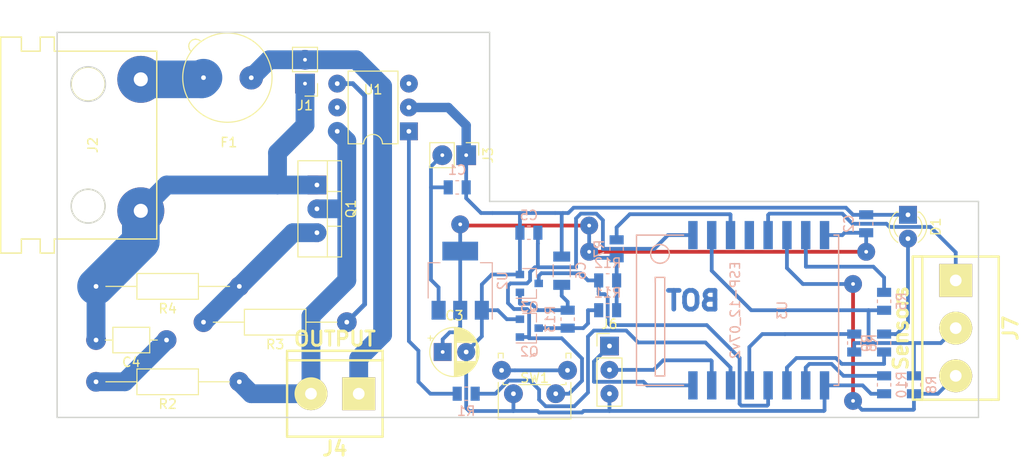
<source format=kicad_pcb>
(kicad_pcb (version 20171130) (host pcbnew 5.0.0-rc2-dev-unknown-aeae32b~62~ubuntu17.10.1)

  (general
    (thickness 1.6)
    (drawings 9)
    (tracks 273)
    (zones 0)
    (modules 34)
    (nets 31)
  )

  (page A4)
  (layers
    (0 F.Cu signal)
    (31 B.Cu signal)
    (32 B.Adhes user)
    (33 F.Adhes user)
    (34 B.Paste user)
    (35 F.Paste user)
    (36 B.SilkS user)
    (37 F.SilkS user)
    (38 B.Mask user)
    (39 F.Mask user)
    (40 Dwgs.User user)
    (41 Cmts.User user)
    (42 Eco1.User user)
    (43 Eco2.User user)
    (44 Edge.Cuts user)
    (45 Margin user)
    (46 B.CrtYd user)
    (47 F.CrtYd user)
    (48 B.Fab user)
    (49 F.Fab user)
  )

  (setup
    (last_trace_width 0.4)
    (user_trace_width 0.3)
    (user_trace_width 0.4)
    (user_trace_width 0.5)
    (user_trace_width 1)
    (user_trace_width 2)
    (user_trace_width 4)
    (trace_clearance 0.1)
    (zone_clearance 0.508)
    (zone_45_only no)
    (trace_min 0.2)
    (segment_width 0.2)
    (edge_width 0.15)
    (via_size 0.8)
    (via_drill 0.4)
    (via_min_size 0.4)
    (via_min_drill 0.3)
    (user_via 1.9 0.4)
    (uvia_size 0.3)
    (uvia_drill 0.1)
    (uvias_allowed no)
    (uvia_min_size 0.2)
    (uvia_min_drill 0.1)
    (pcb_text_width 0.3)
    (pcb_text_size 1.5 1.5)
    (mod_edge_width 0.15)
    (mod_text_size 1 1)
    (mod_text_width 0.15)
    (pad_size 2.1 2.1)
    (pad_drill 0.5)
    (pad_to_mask_clearance 0.2)
    (aux_axis_origin 0 0)
    (visible_elements FFFFFF7F)
    (pcbplotparams
      (layerselection 0x00000_fffffffe)
      (usegerberextensions false)
      (usegerberattributes false)
      (usegerberadvancedattributes false)
      (creategerberjobfile false)
      (excludeedgelayer false)
      (linewidth 0.020000)
      (plotframeref false)
      (viasonmask false)
      (mode 1)
      (useauxorigin false)
      (hpglpennumber 1)
      (hpglpenspeed 20)
      (hpglpendiameter 0)
      (psnegative false)
      (psa4output false)
      (plotreference false)
      (plotvalue false)
      (plotinvisibletext false)
      (padsonsilk true)
      (subtractmaskfromsilk false)
      (outputformat 5)
      (mirror false)
      (drillshape 2)
      (scaleselection 1)
      (outputdirectory ./))
  )

  (net 0 "")
  (net 1 GND)
  (net 2 /RESET)
  (net 3 /MT)
  (net 4 /ADC)
  (net 5 /ML)
  (net 6 "Net-(R3-Pad1)")
  (net 7 /MLP)
  (net 8 +3V3)
  (net 9 /LED)
  (net 10 "Net-(Q3-Pad3)")
  (net 11 /MTP)
  (net 12 /OUT)
  (net 13 /RX)
  (net 14 /TX)
  (net 15 "Net-(D1-Pad2)")
  (net 16 "Net-(Q2-Pad3)")
  (net 17 "Net-(Q1-Pad3)")
  (net 18 +5V)
  (net 19 "Net-(F1-Pad1)")
  (net 20 "Net-(J4-Pad2)")
  (net 21 "Net-(R7-Pad1)")
  (net 22 "Net-(R10-Pad2)")
  (net 23 "Net-(C4-Pad1)")
  (net 24 "Net-(C4-Pad2)")
  (net 25 "Net-(R1-Pad1)")
  (net 26 "Net-(C6-Pad1)")
  (net 27 "Net-(U1-Pad5)")
  (net 28 "Net-(U1-Pad3)")
  (net 29 "Net-(U3-Pad4)")
  (net 30 "Net-(F1-Pad2)")

  (net_class Default "This is the default net class."
    (clearance 0.1)
    (trace_width 0.25)
    (via_dia 0.8)
    (via_drill 0.4)
    (uvia_dia 0.3)
    (uvia_drill 0.1)
    (add_net +3V3)
    (add_net +5V)
    (add_net /ADC)
    (add_net /LED)
    (add_net /ML)
    (add_net /MLP)
    (add_net /MT)
    (add_net /MTP)
    (add_net /OUT)
    (add_net /RESET)
    (add_net /RX)
    (add_net /TX)
    (add_net GND)
    (add_net "Net-(C4-Pad1)")
    (add_net "Net-(C4-Pad2)")
    (add_net "Net-(C6-Pad1)")
    (add_net "Net-(D1-Pad2)")
    (add_net "Net-(F1-Pad1)")
    (add_net "Net-(F1-Pad2)")
    (add_net "Net-(J4-Pad2)")
    (add_net "Net-(Q1-Pad3)")
    (add_net "Net-(Q2-Pad3)")
    (add_net "Net-(Q3-Pad3)")
    (add_net "Net-(R1-Pad1)")
    (add_net "Net-(R10-Pad2)")
    (add_net "Net-(R3-Pad1)")
    (add_net "Net-(R7-Pad1)")
    (add_net "Net-(U1-Pad3)")
    (add_net "Net-(U1-Pad5)")
    (add_net "Net-(U3-Pad4)")
  )

  (module Fuse:Fuseholder_TR5_Littlefuse_No560_No460 (layer F.Cu) (tedit 5A9BFC93) (tstamp 5A9DF371)
    (at 120.65 83.83 180)
    (descr "Fuse, Fuseholder, TR5, Littlefuse/Wickmann, No. 460, No560,")
    (tags "Fuse Fuseholder TR5 Littlefuse/Wickmann No. 460 No560 ")
    (path /5A9EC02D)
    (fp_text reference F1 (at 2.39 -6.89 180) (layer F.SilkS)
      (effects (font (size 1 1) (thickness 0.15)))
    )
    (fp_text value Fuse (at 2.39 7.43 180) (layer F.Fab)
      (effects (font (size 1 1) (thickness 0.15)))
    )
    (fp_text user %R (at 2.75 -2.75 180) (layer F.Fab)
      (effects (font (size 1 1) (thickness 0.15)))
    )
    (fp_line (start 5.44 3.94) (end 5.31 3.79) (layer F.Fab) (width 0.1))
    (fp_line (start 5.62 4.02) (end 5.44 3.94) (layer F.Fab) (width 0.1))
    (fp_line (start 5.91 4.06) (end 5.62 4.02) (layer F.Fab) (width 0.1))
    (fp_line (start 6.2 3.98) (end 5.91 4.06) (layer F.Fab) (width 0.1))
    (fp_line (start 6.42 3.81) (end 6.2 3.98) (layer F.Fab) (width 0.1))
    (fp_line (start 6.57 3.55) (end 6.42 3.81) (layer F.Fab) (width 0.1))
    (fp_line (start 6.6 3.29) (end 6.57 3.55) (layer F.Fab) (width 0.1))
    (fp_line (start 6.55 3.04) (end 6.6 3.29) (layer F.Fab) (width 0.1))
    (fp_line (start 6.46 2.88) (end 6.55 3.04) (layer F.Fab) (width 0.1))
    (fp_line (start 6.34 2.74) (end 6.46 2.88) (layer F.Fab) (width 0.1))
    (fp_line (start 6.39 2.79) (end 6.51 2.93) (layer F.SilkS) (width 0.12))
    (fp_line (start 6.51 2.93) (end 6.6 3.09) (layer F.SilkS) (width 0.12))
    (fp_line (start 6.6 3.09) (end 6.65 3.34) (layer F.SilkS) (width 0.12))
    (fp_line (start 6.65 3.34) (end 6.62 3.6) (layer F.SilkS) (width 0.12))
    (fp_line (start 6.62 3.6) (end 6.47 3.86) (layer F.SilkS) (width 0.12))
    (fp_line (start 6.47 3.86) (end 6.25 4.03) (layer F.SilkS) (width 0.12))
    (fp_line (start 6.25 4.03) (end 5.96 4.11) (layer F.SilkS) (width 0.12))
    (fp_line (start 5.96 4.11) (end 5.67 4.07) (layer F.SilkS) (width 0.12))
    (fp_line (start 5.67 4.07) (end 5.49 3.99) (layer F.SilkS) (width 0.12))
    (fp_line (start 5.49 3.99) (end 5.36 3.84) (layer F.SilkS) (width 0.12))
    (fp_line (start -2.46 -4.99) (end 7.54 -4.99) (layer F.CrtYd) (width 0.05))
    (fp_line (start -2.46 -4.99) (end -2.46 5.01) (layer F.CrtYd) (width 0.05))
    (fp_line (start 7.54 5.01) (end 7.54 -4.99) (layer F.CrtYd) (width 0.05))
    (fp_line (start 7.54 5.01) (end -2.46 5.01) (layer F.CrtYd) (width 0.05))
    (fp_circle (center 2.55 0) (end 7.25 0) (layer F.Fab) (width 0.1))
    (fp_circle (center 2.54 0.01) (end 7.29 0.01) (layer F.SilkS) (width 0.12))
    (pad 1 thru_hole circle (at 0 0 180) (size 2.5 2.5) (drill 0.5) (layers *.Cu *.Mask)
      (net 19 "Net-(F1-Pad1)"))
    (pad 2 thru_hole circle (at 5.08 0.01 180) (size 2.5 2.5) (drill 0.5) (layers *.Cu *.Mask)
      (net 30 "Net-(F1-Pad2)"))
    (model ${KISYS3DMOD}/Fuse.3dshapes/Fuseholder_TR5_Littlefuse_No560_No460.wrl
      (at (xyz 0 0 0))
      (scale (xyz 1 1 1))
      (rotate (xyz 0 0 0))
    )
  )

  (module lib:RF-190F (layer F.Cu) (tedit 5A9BFA1D) (tstamp 5A9DDADD)
    (at 103.3 91 90)
    (path /5A9EBD05)
    (fp_text reference J2 (at 0 0.5 90) (layer F.SilkS)
      (effects (font (size 1 1) (thickness 0.15)))
    )
    (fp_text value AC_IN (at 0 -0.5 90) (layer F.Fab)
      (effects (font (size 1 1) (thickness 0.15)))
    )
    (fp_circle (center -6.5 0) (end -4.7 0) (layer F.SilkS) (width 0.15))
    (fp_circle (center 6.5 0) (end 8.3 0) (layer F.SilkS) (width 0.15))
    (fp_line (start 11.5 -9.3) (end -11.5 -9.3) (layer F.SilkS) (width 0.15))
    (fp_line (start -11.5 -9.3) (end -11.5 -7.1) (layer F.SilkS) (width 0.15))
    (fp_line (start 11.5 -9.3) (end 11.5 -7.1) (layer F.SilkS) (width 0.15))
    (fp_line (start -11.5 -7.1) (end -10 -7.1) (layer F.SilkS) (width 0.15))
    (fp_line (start 11.5 -7.1) (end 10 -7.1) (layer F.SilkS) (width 0.15))
    (fp_line (start -10 -7.1) (end -10 -5.1) (layer F.SilkS) (width 0.15))
    (fp_line (start 10 -7.1) (end 10 -5.1) (layer F.SilkS) (width 0.15))
    (fp_line (start 10 -5.1) (end 11.5 -5.1) (layer F.SilkS) (width 0.15))
    (fp_line (start -10 -5.1) (end -11.5 -5.1) (layer F.SilkS) (width 0.15))
    (fp_line (start -11.5 -5.1) (end -11.5 -3.6) (layer F.SilkS) (width 0.15))
    (fp_line (start 11.5 -5.1) (end 11.5 -3.6) (layer F.SilkS) (width 0.15))
    (fp_line (start 11.5 -3.6) (end 10 -3.6) (layer F.SilkS) (width 0.15))
    (fp_line (start -11.5 -3.6) (end -10 -3.6) (layer F.SilkS) (width 0.15))
    (fp_line (start 0 7.3) (end -10 7.3) (layer F.SilkS) (width 0.15))
    (fp_line (start -10 7.3) (end -10 -3.6) (layer F.SilkS) (width 0.15))
    (fp_line (start 0 7.3) (end 10 7.3) (layer F.SilkS) (width 0.15))
    (fp_line (start 10 7.3) (end 10 -3.6) (layer F.SilkS) (width 0.15))
    (pad 1 thru_hole circle (at -7 5.6 90) (size 5 5) (drill 1.5) (layers *.Cu *.Mask)
      (net 24 "Net-(C4-Pad2)"))
    (pad 2 thru_hole circle (at 7 5.6 90) (size 5 5) (drill 1.5) (layers *.Cu *.Mask)
      (net 30 "Net-(F1-Pad2)"))
  )

  (module lib:ESP-07v2 (layer B.Cu) (tedit 5A9BE968) (tstamp 5A9BE912)
    (at 174.625 108.585 270)
    (path /5A6CB719)
    (fp_text reference U3 (at 0 -2.5 270) (layer B.SilkS)
      (effects (font (size 1 1) (thickness 0.15)) (justify mirror))
    )
    (fp_text value ESP-12_07v2 (at 0 2.5 270) (layer B.SilkS)
      (effects (font (size 1 1) (thickness 0.15)) (justify mirror))
    )
    (fp_line (start -3.5 11) (end 7 11) (layer B.SilkS) (width 0.15))
    (fp_line (start 7 11) (end 7 10) (layer B.SilkS) (width 0.15))
    (fp_line (start 7 10) (end -3.5 10) (layer B.SilkS) (width 0.15))
    (fp_line (start -3.5 10) (end -3.5 11) (layer B.SilkS) (width 0.15))
    (fp_line (start -3.5 11) (end -3 11) (layer B.SilkS) (width 0.15))
    (fp_line (start -3 11) (end -3.5 11) (layer B.SilkS) (width 0.15))
    (fp_line (start -3.5 11) (end -3 11) (layer B.SilkS) (width 0.15))
    (fp_circle (center -6 10.5) (end -6 9.5) (layer B.SilkS) (width 0.15))
    (fp_line (start -8 8) (end -8 13) (layer B.SilkS) (width 0.15))
    (fp_line (start -8 13) (end 8 13) (layer B.SilkS) (width 0.15))
    (fp_line (start 8 13) (end 8 8) (layer B.SilkS) (width 0.15))
    (fp_line (start -8 -8) (end -8 -8.5) (layer B.SilkS) (width 0.15))
    (fp_line (start -8 -8.5) (end 8 -8.5) (layer B.SilkS) (width 0.15))
    (fp_line (start 8 -8.5) (end 8 -8) (layer B.SilkS) (width 0.15))
    (pad 1 smd rect (at -8 7 270) (size 3 1) (layers B.Cu B.Paste B.Mask)
      (net 2 /RESET))
    (pad 2 smd rect (at -8 5 270) (size 3 1) (layers B.Cu B.Paste B.Mask)
      (net 4 /ADC))
    (pad 3 smd rect (at -8 3 270) (size 3 1) (layers B.Cu B.Paste B.Mask)
      (net 21 "Net-(R7-Pad1)"))
    (pad 4 smd rect (at -8 1 270) (size 3 1) (layers B.Cu B.Paste B.Mask)
      (net 29 "Net-(U3-Pad4)"))
    (pad 5 smd rect (at -8 -1 270) (size 3 1) (layers B.Cu B.Paste B.Mask)
      (net 3 /MT))
    (pad 6 smd rect (at -8 -3 270) (size 3 1) (layers B.Cu B.Paste B.Mask)
      (net 5 /ML))
    (pad 7 smd rect (at -8 -5 270) (size 3 1) (layers B.Cu B.Paste B.Mask)
      (net 7 /MLP))
    (pad 8 smd rect (at -8 -7 270) (size 3 1) (layers B.Cu B.Paste B.Mask)
      (net 8 +3V3))
    (pad 9 smd rect (at 8 -7 270) (size 3 1) (layers B.Cu B.Paste B.Mask)
      (net 1 GND))
    (pad 10 smd rect (at 8 -5 270) (size 3 1) (layers B.Cu B.Paste B.Mask)
      (net 22 "Net-(R10-Pad2)"))
    (pad 11 smd rect (at 8 -3 270) (size 3 1) (layers B.Cu B.Paste B.Mask)
      (net 9 /LED))
    (pad 12 smd rect (at 8 -1 270) (size 3 1) (layers B.Cu B.Paste B.Mask)
      (net 10 "Net-(Q3-Pad3)"))
    (pad 13 smd rect (at 8 1 270) (size 3 1) (layers B.Cu B.Paste B.Mask)
      (net 11 /MTP))
    (pad 14 smd rect (at 8 3 270) (size 3 1) (layers B.Cu B.Paste B.Mask)
      (net 12 /OUT))
    (pad 15 smd rect (at 8 5 270) (size 3 1) (layers B.Cu B.Paste B.Mask)
      (net 13 /RX))
    (pad 16 smd rect (at 8 7 270) (size 3 1) (layers B.Cu B.Paste B.Mask)
      (net 14 /TX))
  )

  (module LED_THT:LED_D3.0mm (layer F.Cu) (tedit 5A9BE144) (tstamp 5A9BEA88)
    (at 190.5 98.425 270)
    (descr "LED, diameter 3.0mm, 2 pins")
    (tags "LED diameter 3.0mm 2 pins")
    (path /5A9A7FEE)
    (fp_text reference D1 (at 1.27 -2.96 270) (layer F.SilkS)
      (effects (font (size 1 1) (thickness 0.15)))
    )
    (fp_text value LED (at 1.27 2.96 270) (layer F.Fab)
      (effects (font (size 1 1) (thickness 0.15)))
    )
    (fp_arc (start 1.27 0) (end -0.23 -1.16619) (angle 284.3) (layer F.Fab) (width 0.1))
    (fp_arc (start 1.27 0) (end -0.29 -1.235516) (angle 108.8) (layer F.SilkS) (width 0.12))
    (fp_arc (start 1.27 0) (end -0.29 1.235516) (angle -108.8) (layer F.SilkS) (width 0.12))
    (fp_arc (start 1.27 0) (end 0.229039 -1.08) (angle 87.9) (layer F.SilkS) (width 0.12))
    (fp_arc (start 1.27 0) (end 0.229039 1.08) (angle -87.9) (layer F.SilkS) (width 0.12))
    (fp_circle (center 1.27 0) (end 2.77 0) (layer F.Fab) (width 0.1))
    (fp_line (start -0.23 -1.16619) (end -0.23 1.16619) (layer F.Fab) (width 0.1))
    (fp_line (start -0.29 -1.236) (end -0.29 -1.08) (layer F.SilkS) (width 0.12))
    (fp_line (start -0.29 1.08) (end -0.29 1.236) (layer F.SilkS) (width 0.12))
    (fp_line (start -1.15 -2.25) (end -1.15 2.25) (layer F.CrtYd) (width 0.05))
    (fp_line (start -1.15 2.25) (end 3.7 2.25) (layer F.CrtYd) (width 0.05))
    (fp_line (start 3.7 2.25) (end 3.7 -2.25) (layer F.CrtYd) (width 0.05))
    (fp_line (start 3.7 -2.25) (end -1.15 -2.25) (layer F.CrtYd) (width 0.05))
    (pad 1 thru_hole rect (at 0 0 270) (size 1.9 1.9) (drill 0.5) (layers *.Cu *.Mask)
      (net 1 GND))
    (pad 2 thru_hole circle (at 2.54 0 270) (size 1.9 1.9) (drill 0.5) (layers *.Cu *.Mask)
      (net 15 "Net-(D1-Pad2)"))
    (model ${KISYS3DMOD}/LED_THT.3dshapes/LED_D3.0mm.wrl
      (at (xyz 0 0 0))
      (scale (xyz 1 1 1))
      (rotate (xyz 0 0 0))
    )
  )

  (module Capacitor_SMD:C_1206_3216Metric (layer B.Cu) (tedit 59FE48B8) (tstamp 5A9D96C9)
    (at 153.67 104.375 90)
    (descr "Capacitor SMD 1206 (3216 Metric), square (rectangular) end terminal, IPC_7351 nominal, (Body size source: http://www.tortai-tech.com/upload/download/2011102023233369053.pdf), generated with kicad-footprint-generator")
    (tags capacitor)
    (path /5A9F2157)
    (attr smd)
    (fp_text reference C6 (at 0 2.05 90) (layer B.SilkS)
      (effects (font (size 1 1) (thickness 0.15)) (justify mirror))
    )
    (fp_text value 2u2 (at 0 -2.05 90) (layer B.Fab)
      (effects (font (size 1 1) (thickness 0.15)) (justify mirror))
    )
    (fp_line (start -1.6 -0.8) (end -1.6 0.8) (layer B.Fab) (width 0.1))
    (fp_line (start -1.6 0.8) (end 1.6 0.8) (layer B.Fab) (width 0.1))
    (fp_line (start 1.6 0.8) (end 1.6 -0.8) (layer B.Fab) (width 0.1))
    (fp_line (start 1.6 -0.8) (end -1.6 -0.8) (layer B.Fab) (width 0.1))
    (fp_line (start -0.65 0.91) (end 0.65 0.91) (layer B.SilkS) (width 0.12))
    (fp_line (start -0.65 -0.91) (end 0.65 -0.91) (layer B.SilkS) (width 0.12))
    (fp_line (start -2.29 -1.15) (end -2.29 1.15) (layer B.CrtYd) (width 0.05))
    (fp_line (start -2.29 1.15) (end 2.29 1.15) (layer B.CrtYd) (width 0.05))
    (fp_line (start 2.29 1.15) (end 2.29 -1.15) (layer B.CrtYd) (width 0.05))
    (fp_line (start 2.29 -1.15) (end -2.29 -1.15) (layer B.CrtYd) (width 0.05))
    (fp_text user %R (at 0 0 90) (layer B.Fab)
      (effects (font (size 0.8 0.8) (thickness 0.12)) (justify mirror))
    )
    (pad 1 smd rect (at -1.505 0 90) (size 1.07 1.8) (layers B.Cu B.Paste B.Mask)
      (net 26 "Net-(C6-Pad1)"))
    (pad 2 smd rect (at 1.505 0 90) (size 1.07 1.8) (layers B.Cu B.Paste B.Mask)
      (net 1 GND))
    (model ${KISYS3DMOD}/Capacitor_SMD.3dshapes/C_1206_3216Metric.wrl
      (at (xyz 0 0 0))
      (scale (xyz 1 1 1))
      (rotate (xyz 0 0 0))
    )
  )

  (module Capacitor_THT:CP_Radial_D5.0mm_P2.50mm (layer F.Cu) (tedit 5A9BE2AA) (tstamp 5A9D1B67)
    (at 141.01 113.03)
    (descr "CP, Radial series, Radial, pin pitch=2.50mm, , diameter=5mm, Electrolytic Capacitor")
    (tags "CP Radial series Radial pin pitch 2.50mm  diameter 5mm Electrolytic Capacitor")
    (path /5A9E8578)
    (fp_text reference C3 (at 1.25 -3.87) (layer F.SilkS)
      (effects (font (size 1 1) (thickness 0.15)))
    )
    (fp_text value 10u (at 1.25 3.87) (layer F.Fab)
      (effects (font (size 1 1) (thickness 0.15)))
    )
    (fp_circle (center 1.25 0) (end 3.75 0) (layer F.Fab) (width 0.1))
    (fp_circle (center 1.25 0) (end 3.87 0) (layer F.SilkS) (width 0.12))
    (fp_circle (center 1.25 0) (end 4 0) (layer F.CrtYd) (width 0.05))
    (fp_line (start -0.883605 -1.0875) (end -0.383605 -1.0875) (layer F.Fab) (width 0.1))
    (fp_line (start -0.633605 -1.3375) (end -0.633605 -0.8375) (layer F.Fab) (width 0.1))
    (fp_line (start 1.25 -2.58) (end 1.25 2.58) (layer F.SilkS) (width 0.12))
    (fp_line (start 1.29 -2.58) (end 1.29 2.58) (layer F.SilkS) (width 0.12))
    (fp_line (start 1.33 -2.579) (end 1.33 2.579) (layer F.SilkS) (width 0.12))
    (fp_line (start 1.37 -2.578) (end 1.37 2.578) (layer F.SilkS) (width 0.12))
    (fp_line (start 1.41 -2.576) (end 1.41 2.576) (layer F.SilkS) (width 0.12))
    (fp_line (start 1.45 -2.573) (end 1.45 2.573) (layer F.SilkS) (width 0.12))
    (fp_line (start 1.49 -2.569) (end 1.49 -1.04) (layer F.SilkS) (width 0.12))
    (fp_line (start 1.49 1.04) (end 1.49 2.569) (layer F.SilkS) (width 0.12))
    (fp_line (start 1.53 -2.565) (end 1.53 -1.04) (layer F.SilkS) (width 0.12))
    (fp_line (start 1.53 1.04) (end 1.53 2.565) (layer F.SilkS) (width 0.12))
    (fp_line (start 1.57 -2.561) (end 1.57 -1.04) (layer F.SilkS) (width 0.12))
    (fp_line (start 1.57 1.04) (end 1.57 2.561) (layer F.SilkS) (width 0.12))
    (fp_line (start 1.61 -2.556) (end 1.61 -1.04) (layer F.SilkS) (width 0.12))
    (fp_line (start 1.61 1.04) (end 1.61 2.556) (layer F.SilkS) (width 0.12))
    (fp_line (start 1.65 -2.55) (end 1.65 -1.04) (layer F.SilkS) (width 0.12))
    (fp_line (start 1.65 1.04) (end 1.65 2.55) (layer F.SilkS) (width 0.12))
    (fp_line (start 1.69 -2.543) (end 1.69 -1.04) (layer F.SilkS) (width 0.12))
    (fp_line (start 1.69 1.04) (end 1.69 2.543) (layer F.SilkS) (width 0.12))
    (fp_line (start 1.73 -2.536) (end 1.73 -1.04) (layer F.SilkS) (width 0.12))
    (fp_line (start 1.73 1.04) (end 1.73 2.536) (layer F.SilkS) (width 0.12))
    (fp_line (start 1.77 -2.528) (end 1.77 -1.04) (layer F.SilkS) (width 0.12))
    (fp_line (start 1.77 1.04) (end 1.77 2.528) (layer F.SilkS) (width 0.12))
    (fp_line (start 1.81 -2.52) (end 1.81 -1.04) (layer F.SilkS) (width 0.12))
    (fp_line (start 1.81 1.04) (end 1.81 2.52) (layer F.SilkS) (width 0.12))
    (fp_line (start 1.85 -2.511) (end 1.85 -1.04) (layer F.SilkS) (width 0.12))
    (fp_line (start 1.85 1.04) (end 1.85 2.511) (layer F.SilkS) (width 0.12))
    (fp_line (start 1.89 -2.501) (end 1.89 -1.04) (layer F.SilkS) (width 0.12))
    (fp_line (start 1.89 1.04) (end 1.89 2.501) (layer F.SilkS) (width 0.12))
    (fp_line (start 1.93 -2.491) (end 1.93 -1.04) (layer F.SilkS) (width 0.12))
    (fp_line (start 1.93 1.04) (end 1.93 2.491) (layer F.SilkS) (width 0.12))
    (fp_line (start 1.971 -2.48) (end 1.971 -1.04) (layer F.SilkS) (width 0.12))
    (fp_line (start 1.971 1.04) (end 1.971 2.48) (layer F.SilkS) (width 0.12))
    (fp_line (start 2.011 -2.468) (end 2.011 -1.04) (layer F.SilkS) (width 0.12))
    (fp_line (start 2.011 1.04) (end 2.011 2.468) (layer F.SilkS) (width 0.12))
    (fp_line (start 2.051 -2.455) (end 2.051 -1.04) (layer F.SilkS) (width 0.12))
    (fp_line (start 2.051 1.04) (end 2.051 2.455) (layer F.SilkS) (width 0.12))
    (fp_line (start 2.091 -2.442) (end 2.091 -1.04) (layer F.SilkS) (width 0.12))
    (fp_line (start 2.091 1.04) (end 2.091 2.442) (layer F.SilkS) (width 0.12))
    (fp_line (start 2.131 -2.428) (end 2.131 -1.04) (layer F.SilkS) (width 0.12))
    (fp_line (start 2.131 1.04) (end 2.131 2.428) (layer F.SilkS) (width 0.12))
    (fp_line (start 2.171 -2.414) (end 2.171 -1.04) (layer F.SilkS) (width 0.12))
    (fp_line (start 2.171 1.04) (end 2.171 2.414) (layer F.SilkS) (width 0.12))
    (fp_line (start 2.211 -2.398) (end 2.211 -1.04) (layer F.SilkS) (width 0.12))
    (fp_line (start 2.211 1.04) (end 2.211 2.398) (layer F.SilkS) (width 0.12))
    (fp_line (start 2.251 -2.382) (end 2.251 -1.04) (layer F.SilkS) (width 0.12))
    (fp_line (start 2.251 1.04) (end 2.251 2.382) (layer F.SilkS) (width 0.12))
    (fp_line (start 2.291 -2.365) (end 2.291 -1.04) (layer F.SilkS) (width 0.12))
    (fp_line (start 2.291 1.04) (end 2.291 2.365) (layer F.SilkS) (width 0.12))
    (fp_line (start 2.331 -2.348) (end 2.331 -1.04) (layer F.SilkS) (width 0.12))
    (fp_line (start 2.331 1.04) (end 2.331 2.348) (layer F.SilkS) (width 0.12))
    (fp_line (start 2.371 -2.329) (end 2.371 -1.04) (layer F.SilkS) (width 0.12))
    (fp_line (start 2.371 1.04) (end 2.371 2.329) (layer F.SilkS) (width 0.12))
    (fp_line (start 2.411 -2.31) (end 2.411 -1.04) (layer F.SilkS) (width 0.12))
    (fp_line (start 2.411 1.04) (end 2.411 2.31) (layer F.SilkS) (width 0.12))
    (fp_line (start 2.451 -2.29) (end 2.451 -1.04) (layer F.SilkS) (width 0.12))
    (fp_line (start 2.451 1.04) (end 2.451 2.29) (layer F.SilkS) (width 0.12))
    (fp_line (start 2.491 -2.268) (end 2.491 -1.04) (layer F.SilkS) (width 0.12))
    (fp_line (start 2.491 1.04) (end 2.491 2.268) (layer F.SilkS) (width 0.12))
    (fp_line (start 2.531 -2.247) (end 2.531 -1.04) (layer F.SilkS) (width 0.12))
    (fp_line (start 2.531 1.04) (end 2.531 2.247) (layer F.SilkS) (width 0.12))
    (fp_line (start 2.571 -2.224) (end 2.571 -1.04) (layer F.SilkS) (width 0.12))
    (fp_line (start 2.571 1.04) (end 2.571 2.224) (layer F.SilkS) (width 0.12))
    (fp_line (start 2.611 -2.2) (end 2.611 -1.04) (layer F.SilkS) (width 0.12))
    (fp_line (start 2.611 1.04) (end 2.611 2.2) (layer F.SilkS) (width 0.12))
    (fp_line (start 2.651 -2.175) (end 2.651 -1.04) (layer F.SilkS) (width 0.12))
    (fp_line (start 2.651 1.04) (end 2.651 2.175) (layer F.SilkS) (width 0.12))
    (fp_line (start 2.691 -2.149) (end 2.691 -1.04) (layer F.SilkS) (width 0.12))
    (fp_line (start 2.691 1.04) (end 2.691 2.149) (layer F.SilkS) (width 0.12))
    (fp_line (start 2.731 -2.122) (end 2.731 -1.04) (layer F.SilkS) (width 0.12))
    (fp_line (start 2.731 1.04) (end 2.731 2.122) (layer F.SilkS) (width 0.12))
    (fp_line (start 2.771 -2.095) (end 2.771 -1.04) (layer F.SilkS) (width 0.12))
    (fp_line (start 2.771 1.04) (end 2.771 2.095) (layer F.SilkS) (width 0.12))
    (fp_line (start 2.811 -2.065) (end 2.811 -1.04) (layer F.SilkS) (width 0.12))
    (fp_line (start 2.811 1.04) (end 2.811 2.065) (layer F.SilkS) (width 0.12))
    (fp_line (start 2.851 -2.035) (end 2.851 -1.04) (layer F.SilkS) (width 0.12))
    (fp_line (start 2.851 1.04) (end 2.851 2.035) (layer F.SilkS) (width 0.12))
    (fp_line (start 2.891 -2.004) (end 2.891 -1.04) (layer F.SilkS) (width 0.12))
    (fp_line (start 2.891 1.04) (end 2.891 2.004) (layer F.SilkS) (width 0.12))
    (fp_line (start 2.931 -1.971) (end 2.931 -1.04) (layer F.SilkS) (width 0.12))
    (fp_line (start 2.931 1.04) (end 2.931 1.971) (layer F.SilkS) (width 0.12))
    (fp_line (start 2.971 -1.937) (end 2.971 -1.04) (layer F.SilkS) (width 0.12))
    (fp_line (start 2.971 1.04) (end 2.971 1.937) (layer F.SilkS) (width 0.12))
    (fp_line (start 3.011 -1.901) (end 3.011 -1.04) (layer F.SilkS) (width 0.12))
    (fp_line (start 3.011 1.04) (end 3.011 1.901) (layer F.SilkS) (width 0.12))
    (fp_line (start 3.051 -1.864) (end 3.051 -1.04) (layer F.SilkS) (width 0.12))
    (fp_line (start 3.051 1.04) (end 3.051 1.864) (layer F.SilkS) (width 0.12))
    (fp_line (start 3.091 -1.826) (end 3.091 -1.04) (layer F.SilkS) (width 0.12))
    (fp_line (start 3.091 1.04) (end 3.091 1.826) (layer F.SilkS) (width 0.12))
    (fp_line (start 3.131 -1.785) (end 3.131 -1.04) (layer F.SilkS) (width 0.12))
    (fp_line (start 3.131 1.04) (end 3.131 1.785) (layer F.SilkS) (width 0.12))
    (fp_line (start 3.171 -1.743) (end 3.171 -1.04) (layer F.SilkS) (width 0.12))
    (fp_line (start 3.171 1.04) (end 3.171 1.743) (layer F.SilkS) (width 0.12))
    (fp_line (start 3.211 -1.699) (end 3.211 -1.04) (layer F.SilkS) (width 0.12))
    (fp_line (start 3.211 1.04) (end 3.211 1.699) (layer F.SilkS) (width 0.12))
    (fp_line (start 3.251 -1.653) (end 3.251 -1.04) (layer F.SilkS) (width 0.12))
    (fp_line (start 3.251 1.04) (end 3.251 1.653) (layer F.SilkS) (width 0.12))
    (fp_line (start 3.291 -1.605) (end 3.291 -1.04) (layer F.SilkS) (width 0.12))
    (fp_line (start 3.291 1.04) (end 3.291 1.605) (layer F.SilkS) (width 0.12))
    (fp_line (start 3.331 -1.554) (end 3.331 -1.04) (layer F.SilkS) (width 0.12))
    (fp_line (start 3.331 1.04) (end 3.331 1.554) (layer F.SilkS) (width 0.12))
    (fp_line (start 3.371 -1.5) (end 3.371 -1.04) (layer F.SilkS) (width 0.12))
    (fp_line (start 3.371 1.04) (end 3.371 1.5) (layer F.SilkS) (width 0.12))
    (fp_line (start 3.411 -1.443) (end 3.411 -1.04) (layer F.SilkS) (width 0.12))
    (fp_line (start 3.411 1.04) (end 3.411 1.443) (layer F.SilkS) (width 0.12))
    (fp_line (start 3.451 -1.383) (end 3.451 -1.04) (layer F.SilkS) (width 0.12))
    (fp_line (start 3.451 1.04) (end 3.451 1.383) (layer F.SilkS) (width 0.12))
    (fp_line (start 3.491 -1.319) (end 3.491 -1.04) (layer F.SilkS) (width 0.12))
    (fp_line (start 3.491 1.04) (end 3.491 1.319) (layer F.SilkS) (width 0.12))
    (fp_line (start 3.531 -1.251) (end 3.531 -1.04) (layer F.SilkS) (width 0.12))
    (fp_line (start 3.531 1.04) (end 3.531 1.251) (layer F.SilkS) (width 0.12))
    (fp_line (start 3.571 -1.178) (end 3.571 1.178) (layer F.SilkS) (width 0.12))
    (fp_line (start 3.611 -1.098) (end 3.611 1.098) (layer F.SilkS) (width 0.12))
    (fp_line (start 3.651 -1.011) (end 3.651 1.011) (layer F.SilkS) (width 0.12))
    (fp_line (start 3.691 -0.915) (end 3.691 0.915) (layer F.SilkS) (width 0.12))
    (fp_line (start 3.731 -0.805) (end 3.731 0.805) (layer F.SilkS) (width 0.12))
    (fp_line (start 3.771 -0.677) (end 3.771 0.677) (layer F.SilkS) (width 0.12))
    (fp_line (start 3.811 -0.518) (end 3.811 0.518) (layer F.SilkS) (width 0.12))
    (fp_line (start 3.851 -0.284) (end 3.851 0.284) (layer F.SilkS) (width 0.12))
    (fp_line (start -1.554775 -1.475) (end -1.054775 -1.475) (layer F.SilkS) (width 0.12))
    (fp_line (start -1.304775 -1.725) (end -1.304775 -1.225) (layer F.SilkS) (width 0.12))
    (fp_text user %R (at 1.25 0) (layer F.Fab)
      (effects (font (size 1 1) (thickness 0.15)))
    )
    (pad 1 thru_hole rect (at 0 0) (size 1.9 1.9) (drill 0.4) (layers *.Cu *.Mask)
      (net 8 +3V3))
    (pad 2 thru_hole circle (at 2.5 0) (size 1.9 1.9) (drill 0.5) (layers *.Cu *.Mask)
      (net 1 GND))
    (model ${KISYS3DMOD}/Capacitor_THT.3dshapes/CP_Radial_D5.0mm_P2.50mm.wrl
      (at (xyz 0 0 0))
      (scale (xyz 1 1 1))
      (rotate (xyz 0 0 0))
    )
  )

  (module Button_Switch_THT:SW_Tactile_SPST_Angled_PTS645Vx39-2LFS (layer F.Cu) (tedit 5A9BE2D0) (tstamp 5A9C2D6F)
    (at 153.035 117.475 180)
    (descr "tactile switch SPST right angle, PTS645VL39-2 LFS")
    (tags "tactile switch SPST angled PTS645VL39-2 LFS C&K Button")
    (path /5A9EDEA3)
    (fp_text reference SW1 (at 2.25 1.68 180) (layer F.SilkS)
      (effects (font (size 1 1) (thickness 0.15)))
    )
    (fp_text value RESET (at 2.25 5.38988 180) (layer F.Fab)
      (effects (font (size 1 1) (thickness 0.15)))
    )
    (fp_line (start 0.5 -3.85) (end 0.5 -2.59) (layer F.Fab) (width 0.1))
    (fp_line (start 4 -3.85) (end 4 -2.59) (layer F.Fab) (width 0.1))
    (fp_line (start 0.5 -3.85) (end 4 -3.85) (layer F.Fab) (width 0.1))
    (fp_text user %R (at 2.25 1.68 180) (layer F.Fab)
      (effects (font (size 1 1) (thickness 0.15)))
    )
    (fp_line (start -1.09 0.97) (end -1.09 1.2) (layer F.SilkS) (width 0.12))
    (fp_line (start 5.7 4.2) (end 5.7 0.86) (layer F.Fab) (width 0.1))
    (fp_line (start -1.5 4.2) (end -1.2 4.2) (layer F.Fab) (width 0.1))
    (fp_line (start -1.2 0.86) (end 5.7 0.86) (layer F.Fab) (width 0.1))
    (fp_line (start 6 4.2) (end 6 -2.59) (layer F.Fab) (width 0.1))
    (fp_line (start -2.5 -2.8) (end 7.05 -2.8) (layer F.CrtYd) (width 0.05))
    (fp_line (start 7.05 -2.8) (end 7.05 4.45) (layer F.CrtYd) (width 0.05))
    (fp_line (start 7.05 4.45) (end -2.5 4.45) (layer F.CrtYd) (width 0.05))
    (fp_line (start -2.5 4.45) (end -2.5 -2.8) (layer F.CrtYd) (width 0.05))
    (fp_line (start -1.61 -2.7) (end 6.11 -2.7) (layer F.SilkS) (width 0.12))
    (fp_line (start 6.11 -2.7) (end 6.11 1.2) (layer F.SilkS) (width 0.12))
    (fp_line (start -1.61 4.31) (end -1.09 4.31) (layer F.SilkS) (width 0.12))
    (fp_line (start -1.61 -2.7) (end -1.61 1.2) (layer F.SilkS) (width 0.12))
    (fp_line (start -1.5 -2.59) (end 6 -2.59) (layer F.Fab) (width 0.1))
    (fp_line (start -1.5 4.2) (end -1.5 -2.59) (layer F.Fab) (width 0.1))
    (fp_line (start 5.7 4.2) (end 6 4.2) (layer F.Fab) (width 0.1))
    (fp_line (start -1.2 4.2) (end -1.2 0.86) (layer F.Fab) (width 0.1))
    (fp_line (start 5.59 0.97) (end 5.59 1.2) (layer F.SilkS) (width 0.12))
    (fp_line (start -1.09 3.8) (end -1.09 4.31) (layer F.SilkS) (width 0.12))
    (fp_line (start -1.61 3.8) (end -1.61 4.31) (layer F.SilkS) (width 0.12))
    (fp_line (start 5.05 0.97) (end 5.59 0.97) (layer F.SilkS) (width 0.12))
    (fp_line (start 5.59 3.8) (end 5.59 4.31) (layer F.SilkS) (width 0.12))
    (fp_line (start 5.59 4.31) (end 6.11 4.31) (layer F.SilkS) (width 0.12))
    (fp_line (start 6.11 3.8) (end 6.11 4.31) (layer F.SilkS) (width 0.12))
    (fp_line (start -1.09 0.97) (end -0.55 0.97) (layer F.SilkS) (width 0.12))
    (fp_line (start 0.55 0.97) (end 3.95 0.97) (layer F.SilkS) (width 0.12))
    (pad "" thru_hole circle (at 5.76 2.49 180) (size 2 2) (drill 0.5) (layers *.Cu *.Mask))
    (pad 2 thru_hole circle (at 4.5 0 180) (size 2 2) (drill 0.5) (layers *.Cu *.Mask)
      (net 1 GND))
    (pad 1 thru_hole circle (at 0 0 180) (size 2 2) (drill 0.5) (layers *.Cu *.Mask)
      (net 2 /RESET))
    (pad "" thru_hole circle (at -1.25 2.49 180) (size 2 2) (drill 0.5) (layers *.Cu *.Mask))
    (model ${KISYS3DMOD}/Button_Switch_THT.3dshapes/SW_Tactile_SPST_Angled_PTS645Vx39-2LFS.wrl
      (at (xyz 0 0 0))
      (scale (xyz 1 1 1))
      (rotate (xyz 0 0 0))
    )
  )

  (module Capacitor_SMD:C_0805_2012Metric (layer B.Cu) (tedit 59FE48B8) (tstamp 5A9BEB3C)
    (at 186.055 99.38 270)
    (descr "Capacitor SMD 0805 (2012 Metric), square (rectangular) end terminal, IPC_7351 nominal, (Body size source: http://www.tortai-tech.com/upload/download/2011102023233369053.pdf), generated with kicad-footprint-generator")
    (tags capacitor)
    (path /5A686FD4)
    (attr smd)
    (fp_text reference C2 (at 0 1.85 270) (layer B.SilkS)
      (effects (font (size 1 1) (thickness 0.15)) (justify mirror))
    )
    (fp_text value 100n (at 0 -1.85 270) (layer B.Fab)
      (effects (font (size 1 1) (thickness 0.15)) (justify mirror))
    )
    (fp_line (start -1 -0.6) (end -1 0.6) (layer B.Fab) (width 0.1))
    (fp_line (start -1 0.6) (end 1 0.6) (layer B.Fab) (width 0.1))
    (fp_line (start 1 0.6) (end 1 -0.6) (layer B.Fab) (width 0.1))
    (fp_line (start 1 -0.6) (end -1 -0.6) (layer B.Fab) (width 0.1))
    (fp_line (start -0.15 0.71) (end 0.15 0.71) (layer B.SilkS) (width 0.12))
    (fp_line (start -0.15 -0.71) (end 0.15 -0.71) (layer B.SilkS) (width 0.12))
    (fp_line (start -1.69 -1) (end -1.69 1) (layer B.CrtYd) (width 0.05))
    (fp_line (start -1.69 1) (end 1.69 1) (layer B.CrtYd) (width 0.05))
    (fp_line (start 1.69 1) (end 1.69 -1) (layer B.CrtYd) (width 0.05))
    (fp_line (start 1.69 -1) (end -1.69 -1) (layer B.CrtYd) (width 0.05))
    (fp_text user %R (at 0 0 270) (layer B.Fab)
      (effects (font (size 0.5 0.5) (thickness 0.08)) (justify mirror))
    )
    (pad 1 smd rect (at -0.955 0 270) (size 0.97 1.5) (layers B.Cu B.Paste B.Mask)
      (net 1 GND))
    (pad 2 smd rect (at 0.955 0 270) (size 0.97 1.5) (layers B.Cu B.Paste B.Mask)
      (net 8 +3V3))
    (model ${KISYS3DMOD}/Capacitor_SMD.3dshapes/C_0805_2012Metric.wrl
      (at (xyz 0 0 0))
      (scale (xyz 1 1 1))
      (rotate (xyz 0 0 0))
    )
  )

  (module Capacitor_SMD:C_0805_2012Metric (layer B.Cu) (tedit 59FE48B8) (tstamp 5A9BEB2B)
    (at 150.18 100.33 180)
    (descr "Capacitor SMD 0805 (2012 Metric), square (rectangular) end terminal, IPC_7351 nominal, (Body size source: http://www.tortai-tech.com/upload/download/2011102023233369053.pdf), generated with kicad-footprint-generator")
    (tags capacitor)
    (path /5A9F224D)
    (attr smd)
    (fp_text reference C5 (at 0 1.85 180) (layer B.SilkS)
      (effects (font (size 1 1) (thickness 0.15)) (justify mirror))
    )
    (fp_text value 100n (at 0 -1.85 180) (layer B.Fab)
      (effects (font (size 1 1) (thickness 0.15)) (justify mirror))
    )
    (fp_text user %R (at 0 0 180) (layer B.Fab)
      (effects (font (size 0.5 0.5) (thickness 0.08)) (justify mirror))
    )
    (fp_line (start 1.69 -1) (end -1.69 -1) (layer B.CrtYd) (width 0.05))
    (fp_line (start 1.69 1) (end 1.69 -1) (layer B.CrtYd) (width 0.05))
    (fp_line (start -1.69 1) (end 1.69 1) (layer B.CrtYd) (width 0.05))
    (fp_line (start -1.69 -1) (end -1.69 1) (layer B.CrtYd) (width 0.05))
    (fp_line (start -0.15 -0.71) (end 0.15 -0.71) (layer B.SilkS) (width 0.12))
    (fp_line (start -0.15 0.71) (end 0.15 0.71) (layer B.SilkS) (width 0.12))
    (fp_line (start 1 -0.6) (end -1 -0.6) (layer B.Fab) (width 0.1))
    (fp_line (start 1 0.6) (end 1 -0.6) (layer B.Fab) (width 0.1))
    (fp_line (start -1 0.6) (end 1 0.6) (layer B.Fab) (width 0.1))
    (fp_line (start -1 -0.6) (end -1 0.6) (layer B.Fab) (width 0.1))
    (pad 2 smd rect (at 0.955 0 180) (size 0.97 1.5) (layers B.Cu B.Paste B.Mask)
      (net 1 GND))
    (pad 1 smd rect (at -0.955 0 180) (size 0.97 1.5) (layers B.Cu B.Paste B.Mask)
      (net 2 /RESET))
    (model ${KISYS3DMOD}/Capacitor_SMD.3dshapes/C_0805_2012Metric.wrl
      (at (xyz 0 0 0))
      (scale (xyz 1 1 1))
      (rotate (xyz 0 0 0))
    )
  )

  (module Capacitor_SMD:C_0805_2012Metric (layer B.Cu) (tedit 59FE48B8) (tstamp 5A9BEB1A)
    (at 142.555 95.504 180)
    (descr "Capacitor SMD 0805 (2012 Metric), square (rectangular) end terminal, IPC_7351 nominal, (Body size source: http://www.tortai-tech.com/upload/download/2011102023233369053.pdf), generated with kicad-footprint-generator")
    (tags capacitor)
    (path /5A68716A)
    (attr smd)
    (fp_text reference C1 (at 0 1.85 180) (layer B.SilkS)
      (effects (font (size 1 1) (thickness 0.15)) (justify mirror))
    )
    (fp_text value 100n (at 0 -1.85 180) (layer B.Fab)
      (effects (font (size 1 1) (thickness 0.15)) (justify mirror))
    )
    (fp_line (start -1 -0.6) (end -1 0.6) (layer B.Fab) (width 0.1))
    (fp_line (start -1 0.6) (end 1 0.6) (layer B.Fab) (width 0.1))
    (fp_line (start 1 0.6) (end 1 -0.6) (layer B.Fab) (width 0.1))
    (fp_line (start 1 -0.6) (end -1 -0.6) (layer B.Fab) (width 0.1))
    (fp_line (start -0.15 0.71) (end 0.15 0.71) (layer B.SilkS) (width 0.12))
    (fp_line (start -0.15 -0.71) (end 0.15 -0.71) (layer B.SilkS) (width 0.12))
    (fp_line (start -1.69 -1) (end -1.69 1) (layer B.CrtYd) (width 0.05))
    (fp_line (start -1.69 1) (end 1.69 1) (layer B.CrtYd) (width 0.05))
    (fp_line (start 1.69 1) (end 1.69 -1) (layer B.CrtYd) (width 0.05))
    (fp_line (start 1.69 -1) (end -1.69 -1) (layer B.CrtYd) (width 0.05))
    (fp_text user %R (at 0 0 180) (layer B.Fab)
      (effects (font (size 0.5 0.5) (thickness 0.08)) (justify mirror))
    )
    (pad 1 smd rect (at -0.955 0 180) (size 0.97 1.5) (layers B.Cu B.Paste B.Mask)
      (net 1 GND))
    (pad 2 smd rect (at 0.955 0 180) (size 0.97 1.5) (layers B.Cu B.Paste B.Mask)
      (net 18 +5V))
    (model ${KISYS3DMOD}/Capacitor_SMD.3dshapes/C_0805_2012Metric.wrl
      (at (xyz 0 0 0))
      (scale (xyz 1 1 1))
      (rotate (xyz 0 0 0))
    )
  )

  (module Capacitor_THT:C_Axial_L3.8mm_D2.6mm_P7.50mm_Horizontal (layer F.Cu) (tedit 5A9BFD1B) (tstamp 5A9BEAF8)
    (at 111.64 111.76 180)
    (descr "C, Axial series, Axial, Horizontal, pin pitch=7.5mm, http://www.vishay.com/docs/45231/arseries.pdf")
    (tags "C Axial series Axial Horizontal pin pitch 7.5mm  length 3.8mm diameter 2.6mm")
    (path /5AA67B0B)
    (fp_text reference C4 (at 3.75 -2.36 180) (layer F.SilkS)
      (effects (font (size 1 1) (thickness 0.15)))
    )
    (fp_text value 100n (at 3.75 2.36 180) (layer F.Fab)
      (effects (font (size 1 1) (thickness 0.15)))
    )
    (fp_line (start 1.85 -1.3) (end 1.85 1.3) (layer F.Fab) (width 0.1))
    (fp_line (start 1.85 1.3) (end 5.65 1.3) (layer F.Fab) (width 0.1))
    (fp_line (start 5.65 1.3) (end 5.65 -1.3) (layer F.Fab) (width 0.1))
    (fp_line (start 5.65 -1.3) (end 1.85 -1.3) (layer F.Fab) (width 0.1))
    (fp_line (start 0 0) (end 1.85 0) (layer F.Fab) (width 0.1))
    (fp_line (start 7.5 0) (end 5.65 0) (layer F.Fab) (width 0.1))
    (fp_line (start 1.79 -1.36) (end 1.79 1.36) (layer F.SilkS) (width 0.12))
    (fp_line (start 1.79 1.36) (end 5.71 1.36) (layer F.SilkS) (width 0.12))
    (fp_line (start 5.71 1.36) (end 5.71 -1.36) (layer F.SilkS) (width 0.12))
    (fp_line (start 5.71 -1.36) (end 1.79 -1.36) (layer F.SilkS) (width 0.12))
    (fp_line (start 0.98 0) (end 1.79 0) (layer F.SilkS) (width 0.12))
    (fp_line (start 6.52 0) (end 5.71 0) (layer F.SilkS) (width 0.12))
    (fp_line (start -1.05 -1.65) (end -1.05 1.65) (layer F.CrtYd) (width 0.05))
    (fp_line (start -1.05 1.65) (end 8.55 1.65) (layer F.CrtYd) (width 0.05))
    (fp_line (start 8.55 1.65) (end 8.55 -1.65) (layer F.CrtYd) (width 0.05))
    (fp_line (start 8.55 -1.65) (end -1.05 -1.65) (layer F.CrtYd) (width 0.05))
    (fp_text user %R (at 3.75 0 180) (layer F.Fab)
      (effects (font (size 1 1) (thickness 0.15)))
    )
    (pad 1 thru_hole circle (at 0 0 180) (size 2.1 2.1) (drill 0.5) (layers *.Cu *.Mask)
      (net 23 "Net-(C4-Pad1)"))
    (pad 2 thru_hole oval (at 7.5 0 180) (size 2.1 2.1) (drill 0.5) (layers *.Cu *.Mask)
      (net 24 "Net-(C4-Pad2)"))
    (model ${KISYS3DMOD}/Capacitor_THT.3dshapes/C_Axial_L3.8mm_D2.6mm_P7.50mm_Horizontal.wrl
      (at (xyz 0 0 0))
      (scale (xyz 1 1 1))
      (rotate (xyz 0 0 0))
    )
  )

  (module Connector_PinHeader_2.54mm:PinHeader_1x02_P2.54mm_Vertical (layer F.Cu) (tedit 59FED5CC) (tstamp 5A9BEACB)
    (at 143.51 92.075 270)
    (descr "Through hole straight pin header, 1x02, 2.54mm pitch, single row")
    (tags "Through hole pin header THT 1x02 2.54mm single row")
    (path /5A9E4CD6)
    (fp_text reference J3 (at 0 -2.33 270) (layer F.SilkS)
      (effects (font (size 1 1) (thickness 0.15)))
    )
    (fp_text value PWR_+5V (at 0 4.87 270) (layer F.Fab)
      (effects (font (size 1 1) (thickness 0.15)))
    )
    (fp_text user %R (at 0 1.27) (layer F.Fab)
      (effects (font (size 1 1) (thickness 0.15)))
    )
    (fp_line (start 1.8 -1.8) (end -1.8 -1.8) (layer F.CrtYd) (width 0.05))
    (fp_line (start 1.8 4.35) (end 1.8 -1.8) (layer F.CrtYd) (width 0.05))
    (fp_line (start -1.8 4.35) (end 1.8 4.35) (layer F.CrtYd) (width 0.05))
    (fp_line (start -1.8 -1.8) (end -1.8 4.35) (layer F.CrtYd) (width 0.05))
    (fp_line (start -1.33 -1.33) (end 0 -1.33) (layer F.SilkS) (width 0.12))
    (fp_line (start -1.33 0) (end -1.33 -1.33) (layer F.SilkS) (width 0.12))
    (fp_line (start -1.33 1.27) (end 1.33 1.27) (layer F.SilkS) (width 0.12))
    (fp_line (start 1.33 1.27) (end 1.33 3.87) (layer F.SilkS) (width 0.12))
    (fp_line (start -1.33 1.27) (end -1.33 3.87) (layer F.SilkS) (width 0.12))
    (fp_line (start -1.33 3.87) (end 1.33 3.87) (layer F.SilkS) (width 0.12))
    (fp_line (start -1.27 -0.635) (end -0.635 -1.27) (layer F.Fab) (width 0.1))
    (fp_line (start -1.27 3.81) (end -1.27 -0.635) (layer F.Fab) (width 0.1))
    (fp_line (start 1.27 3.81) (end -1.27 3.81) (layer F.Fab) (width 0.1))
    (fp_line (start 1.27 -1.27) (end 1.27 3.81) (layer F.Fab) (width 0.1))
    (fp_line (start -0.635 -1.27) (end 1.27 -1.27) (layer F.Fab) (width 0.1))
    (pad 2 thru_hole oval (at 0 2.54 270) (size 2.1 2.1) (drill 0.4) (layers *.Cu *.Mask)
      (net 18 +5V))
    (pad 1 thru_hole rect (at 0 0 270) (size 2.1 2.1) (drill 0.4) (layers *.Cu *.Mask)
      (net 1 GND))
    (model ${KISYS3DMOD}/Connector_PinHeader_2.54mm.3dshapes/PinHeader_1x02_P2.54mm_Vertical.wrl
      (at (xyz 0 0 0))
      (scale (xyz 1 1 1))
      (rotate (xyz 0 0 0))
    )
  )

  (module Connector_PinHeader_2.54mm:PinHeader_1x02_P2.54mm_Vertical (layer F.Cu) (tedit 5A9BE0C6) (tstamp 5A9BEAB5)
    (at 126.365 84.455 180)
    (descr "Through hole straight pin header, 1x02, 2.54mm pitch, single row")
    (tags "Through hole pin header THT 1x02 2.54mm single row")
    (path /5AA4C2D5)
    (fp_text reference J1 (at 0 -2.33 180) (layer F.SilkS)
      (effects (font (size 1 1) (thickness 0.15)))
    )
    (fp_text value AC (at 0 4.87 180) (layer F.Fab)
      (effects (font (size 1 1) (thickness 0.15)))
    )
    (fp_line (start -0.635 -1.27) (end 1.27 -1.27) (layer F.Fab) (width 0.1))
    (fp_line (start 1.27 -1.27) (end 1.27 3.81) (layer F.Fab) (width 0.1))
    (fp_line (start 1.27 3.81) (end -1.27 3.81) (layer F.Fab) (width 0.1))
    (fp_line (start -1.27 3.81) (end -1.27 -0.635) (layer F.Fab) (width 0.1))
    (fp_line (start -1.27 -0.635) (end -0.635 -1.27) (layer F.Fab) (width 0.1))
    (fp_line (start -1.33 3.87) (end 1.33 3.87) (layer F.SilkS) (width 0.12))
    (fp_line (start -1.33 1.27) (end -1.33 3.87) (layer F.SilkS) (width 0.12))
    (fp_line (start 1.33 1.27) (end 1.33 3.87) (layer F.SilkS) (width 0.12))
    (fp_line (start -1.33 1.27) (end 1.33 1.27) (layer F.SilkS) (width 0.12))
    (fp_line (start -1.33 0) (end -1.33 -1.33) (layer F.SilkS) (width 0.12))
    (fp_line (start -1.33 -1.33) (end 0 -1.33) (layer F.SilkS) (width 0.12))
    (fp_line (start -1.8 -1.8) (end -1.8 4.35) (layer F.CrtYd) (width 0.05))
    (fp_line (start -1.8 4.35) (end 1.8 4.35) (layer F.CrtYd) (width 0.05))
    (fp_line (start 1.8 4.35) (end 1.8 -1.8) (layer F.CrtYd) (width 0.05))
    (fp_line (start 1.8 -1.8) (end -1.8 -1.8) (layer F.CrtYd) (width 0.05))
    (fp_text user %R (at 0 1.27 270) (layer F.Fab)
      (effects (font (size 1 1) (thickness 0.15)))
    )
    (pad 1 thru_hole rect (at 0 0 180) (size 2.1 2.1) (drill 0.4) (layers *.Cu *.Mask)
      (net 24 "Net-(C4-Pad2)"))
    (pad 2 thru_hole oval (at 0 2.54 180) (size 2.1 2.1) (drill 0.4) (layers *.Cu *.Mask)
      (net 19 "Net-(F1-Pad1)"))
    (model ${KISYS3DMOD}/Connector_PinHeader_2.54mm.3dshapes/PinHeader_1x02_P2.54mm_Vertical.wrl
      (at (xyz 0 0 0))
      (scale (xyz 1 1 1))
      (rotate (xyz 0 0 0))
    )
  )

  (module Connector_PinHeader_2.54mm:PinHeader_1x03_P2.54mm_Vertical (layer F.Cu) (tedit 5A9BE40B) (tstamp 5A9BEA9F)
    (at 158.75 112.395)
    (descr "Through hole straight pin header, 1x03, 2.54mm pitch, single row")
    (tags "Through hole pin header THT 1x03 2.54mm single row")
    (path /5A6DB38B)
    (fp_text reference J6 (at 0 -2.33) (layer F.SilkS)
      (effects (font (size 1 1) (thickness 0.15)))
    )
    (fp_text value ESP_UART (at 0 7.41) (layer F.Fab)
      (effects (font (size 1 1) (thickness 0.15)))
    )
    (fp_line (start -0.635 -1.27) (end 1.27 -1.27) (layer F.Fab) (width 0.1))
    (fp_line (start 1.27 -1.27) (end 1.27 6.35) (layer F.Fab) (width 0.1))
    (fp_line (start 1.27 6.35) (end -1.27 6.35) (layer F.Fab) (width 0.1))
    (fp_line (start -1.27 6.35) (end -1.27 -0.635) (layer F.Fab) (width 0.1))
    (fp_line (start -1.27 -0.635) (end -0.635 -1.27) (layer F.Fab) (width 0.1))
    (fp_line (start -1.33 6.41) (end 1.33 6.41) (layer F.SilkS) (width 0.12))
    (fp_line (start -1.33 1.27) (end -1.33 6.41) (layer F.SilkS) (width 0.12))
    (fp_line (start 1.33 1.27) (end 1.33 6.41) (layer F.SilkS) (width 0.12))
    (fp_line (start -1.33 1.27) (end 1.33 1.27) (layer F.SilkS) (width 0.12))
    (fp_line (start -1.33 0) (end -1.33 -1.33) (layer F.SilkS) (width 0.12))
    (fp_line (start -1.33 -1.33) (end 0 -1.33) (layer F.SilkS) (width 0.12))
    (fp_line (start -1.8 -1.8) (end -1.8 6.85) (layer F.CrtYd) (width 0.05))
    (fp_line (start -1.8 6.85) (end 1.8 6.85) (layer F.CrtYd) (width 0.05))
    (fp_line (start 1.8 6.85) (end 1.8 -1.8) (layer F.CrtYd) (width 0.05))
    (fp_line (start 1.8 -1.8) (end -1.8 -1.8) (layer F.CrtYd) (width 0.05))
    (fp_text user %R (at 0 2.54 90) (layer F.Fab)
      (effects (font (size 1 1) (thickness 0.15)))
    )
    (pad 1 thru_hole rect (at 0 0) (size 2 2) (drill 0.5) (layers *.Cu *.Mask)
      (net 14 /TX))
    (pad 2 thru_hole oval (at 0 2.54) (size 1.9 1.9) (drill 0.5) (layers *.Cu *.Mask)
      (net 13 /RX))
    (pad 3 thru_hole oval (at 0 5.08) (size 1.9 1.9) (drill 0.5) (layers *.Cu *.Mask)
      (net 1 GND))
    (model ${KISYS3DMOD}/Connector_PinHeader_2.54mm.3dshapes/PinHeader_1x03_P2.54mm_Vertical.wrl
      (at (xyz 0 0 0))
      (scale (xyz 1 1 1))
      (rotate (xyz 0 0 0))
    )
  )

  (module Package_DIP:DIP-6_W7.62mm (layer F.Cu) (tedit 5A9BE102) (tstamp 5A9BEA75)
    (at 137.414 89.535 180)
    (descr "6-lead though-hole mounted DIP package, row spacing 7.62 mm (300 mils)")
    (tags "THT DIP DIL PDIP 2.54mm 7.62mm 300mil")
    (path /5AA43F2B)
    (fp_text reference U1 (at 3.81 4.445 180) (layer F.SilkS)
      (effects (font (size 1 1) (thickness 0.15)))
    )
    (fp_text value MOC3023M (at 3.81 7.41 180) (layer F.Fab)
      (effects (font (size 1 1) (thickness 0.15)))
    )
    (fp_arc (start 3.81 -1.33) (end 2.81 -1.33) (angle -180) (layer F.SilkS) (width 0.12))
    (fp_line (start 1.635 -1.27) (end 6.985 -1.27) (layer F.Fab) (width 0.1))
    (fp_line (start 6.985 -1.27) (end 6.985 6.35) (layer F.Fab) (width 0.1))
    (fp_line (start 6.985 6.35) (end 0.635 6.35) (layer F.Fab) (width 0.1))
    (fp_line (start 0.635 6.35) (end 0.635 -0.27) (layer F.Fab) (width 0.1))
    (fp_line (start 0.635 -0.27) (end 1.635 -1.27) (layer F.Fab) (width 0.1))
    (fp_line (start 2.81 -1.33) (end 1.16 -1.33) (layer F.SilkS) (width 0.12))
    (fp_line (start 1.16 -1.33) (end 1.16 6.41) (layer F.SilkS) (width 0.12))
    (fp_line (start 1.16 6.41) (end 6.46 6.41) (layer F.SilkS) (width 0.12))
    (fp_line (start 6.46 6.41) (end 6.46 -1.33) (layer F.SilkS) (width 0.12))
    (fp_line (start 6.46 -1.33) (end 4.81 -1.33) (layer F.SilkS) (width 0.12))
    (fp_line (start -1.1 -1.55) (end -1.1 6.6) (layer F.CrtYd) (width 0.05))
    (fp_line (start -1.1 6.6) (end 8.7 6.6) (layer F.CrtYd) (width 0.05))
    (fp_line (start 8.7 6.6) (end 8.7 -1.55) (layer F.CrtYd) (width 0.05))
    (fp_line (start 8.7 -1.55) (end -1.1 -1.55) (layer F.CrtYd) (width 0.05))
    (fp_text user %R (at 3.81 2.54 180) (layer F.Fab)
      (effects (font (size 1 1) (thickness 0.15)))
    )
    (pad 1 thru_hole rect (at 0 0 180) (size 1.9 1.9) (drill 0.5) (layers *.Cu *.Mask)
      (net 25 "Net-(R1-Pad1)"))
    (pad 4 thru_hole oval (at 7.62 5.08 180) (size 1.9 1.9) (drill 0.5) (layers *.Cu *.Mask)
      (net 6 "Net-(R3-Pad1)"))
    (pad 2 thru_hole oval (at 0 2.54 180) (size 1.9 1.9) (drill 0.5) (layers *.Cu *.Mask)
      (net 1 GND))
    (pad 5 thru_hole oval (at 7.62 2.54 180) (size 1.9 1.9) (drill 0.5) (layers *.Cu *.Mask)
      (net 27 "Net-(U1-Pad5)"))
    (pad 3 thru_hole oval (at 0 5.08 180) (size 1.9 1.9) (drill 0.5) (layers *.Cu *.Mask)
      (net 28 "Net-(U1-Pad3)"))
    (pad 6 thru_hole oval (at 7.62 0 180) (size 1.9 1.9) (drill 0.5) (layers *.Cu *.Mask)
      (net 20 "Net-(J4-Pad2)"))
    (model ${KISYS3DMOD}/Package_DIP.3dshapes/DIP-6_W7.62mm.wrl
      (at (xyz 0 0 0))
      (scale (xyz 1 1 1))
      (rotate (xyz 0 0 0))
    )
  )

  (module Package_TO_SOT_SMD:SOT-223-3_TabPin2 (layer B.Cu) (tedit 5A02FF57) (tstamp 5A9BEA5B)
    (at 142.875 105.435 90)
    (descr "module CMS SOT223 4 pins")
    (tags "CMS SOT")
    (path /5A763D59)
    (attr smd)
    (fp_text reference U2 (at 0 4.5 90) (layer B.SilkS)
      (effects (font (size 1 1) (thickness 0.15)) (justify mirror))
    )
    (fp_text value LD1117S33TR_SOT223 (at 0 -4.5 90) (layer B.Fab)
      (effects (font (size 1 1) (thickness 0.15)) (justify mirror))
    )
    (fp_text user %R (at 0 1.1325) (layer B.Fab)
      (effects (font (size 0.8 0.8) (thickness 0.12)) (justify mirror))
    )
    (fp_line (start 1.91 -3.41) (end 1.91 -2.15) (layer B.SilkS) (width 0.12))
    (fp_line (start 1.91 3.41) (end 1.91 2.15) (layer B.SilkS) (width 0.12))
    (fp_line (start 4.4 3.6) (end -4.4 3.6) (layer B.CrtYd) (width 0.05))
    (fp_line (start 4.4 -3.6) (end 4.4 3.6) (layer B.CrtYd) (width 0.05))
    (fp_line (start -4.4 -3.6) (end 4.4 -3.6) (layer B.CrtYd) (width 0.05))
    (fp_line (start -4.4 3.6) (end -4.4 -3.6) (layer B.CrtYd) (width 0.05))
    (fp_line (start -1.85 2.35) (end -0.85 3.35) (layer B.Fab) (width 0.1))
    (fp_line (start -1.85 2.35) (end -1.85 -3.35) (layer B.Fab) (width 0.1))
    (fp_line (start -1.85 -3.41) (end 1.91 -3.41) (layer B.SilkS) (width 0.12))
    (fp_line (start -0.85 3.35) (end 1.85 3.35) (layer B.Fab) (width 0.1))
    (fp_line (start -4.1 3.41) (end 1.91 3.41) (layer B.SilkS) (width 0.12))
    (fp_line (start -1.85 -3.35) (end 1.85 -3.35) (layer B.Fab) (width 0.1))
    (fp_line (start 1.85 3.35) (end 1.85 -3.35) (layer B.Fab) (width 0.1))
    (pad 2 smd rect (at 3.15 0 90) (size 2 3.8) (layers B.Cu B.Paste B.Mask)
      (net 8 +3V3))
    (pad 2 smd rect (at -3.15 0 90) (size 2 1.5) (layers B.Cu B.Paste B.Mask)
      (net 8 +3V3))
    (pad 3 smd rect (at -3.15 -2.3 90) (size 2 1.5) (layers B.Cu B.Paste B.Mask)
      (net 18 +5V))
    (pad 1 smd rect (at -3.15 2.3 90) (size 2 1.5) (layers B.Cu B.Paste B.Mask)
      (net 1 GND))
    (model ${KISYS3DMOD}/Package_TO_SOT_SMD.3dshapes/SOT-223.wrl
      (at (xyz 0 0 0))
      (scale (xyz 1 1 1))
      (rotate (xyz 0 0 0))
    )
  )

  (module Package_TO_SOT_SMD:SOT-23 (layer B.Cu) (tedit 5A02FF57) (tstamp 5A9BEA45)
    (at 150.225 105.73)
    (descr "SOT-23, Standard")
    (tags SOT-23)
    (path /5A9EDD1A)
    (attr smd)
    (fp_text reference Q3 (at 0 2.5) (layer B.SilkS)
      (effects (font (size 1 1) (thickness 0.15)) (justify mirror))
    )
    (fp_text value BSS138 (at 0 -2.5) (layer B.Fab)
      (effects (font (size 1 1) (thickness 0.15)) (justify mirror))
    )
    (fp_line (start 0.76 -1.58) (end -0.7 -1.58) (layer B.SilkS) (width 0.12))
    (fp_line (start 0.76 1.58) (end -1.4 1.58) (layer B.SilkS) (width 0.12))
    (fp_line (start -1.7 -1.75) (end -1.7 1.75) (layer B.CrtYd) (width 0.05))
    (fp_line (start 1.7 -1.75) (end -1.7 -1.75) (layer B.CrtYd) (width 0.05))
    (fp_line (start 1.7 1.75) (end 1.7 -1.75) (layer B.CrtYd) (width 0.05))
    (fp_line (start -1.7 1.75) (end 1.7 1.75) (layer B.CrtYd) (width 0.05))
    (fp_line (start 0.76 1.58) (end 0.76 0.65) (layer B.SilkS) (width 0.12))
    (fp_line (start 0.76 -1.58) (end 0.76 -0.65) (layer B.SilkS) (width 0.12))
    (fp_line (start -0.7 -1.52) (end 0.7 -1.52) (layer B.Fab) (width 0.1))
    (fp_line (start 0.7 1.52) (end 0.7 -1.52) (layer B.Fab) (width 0.1))
    (fp_line (start -0.7 0.95) (end -0.15 1.52) (layer B.Fab) (width 0.1))
    (fp_line (start -0.15 1.52) (end 0.7 1.52) (layer B.Fab) (width 0.1))
    (fp_line (start -0.7 0.95) (end -0.7 -1.5) (layer B.Fab) (width 0.1))
    (fp_text user %R (at 0 0 -90) (layer B.Fab)
      (effects (font (size 0.5 0.5) (thickness 0.075)) (justify mirror))
    )
    (pad 3 smd rect (at 1 0) (size 0.9 0.8) (layers B.Cu B.Paste B.Mask)
      (net 10 "Net-(Q3-Pad3)"))
    (pad 2 smd rect (at -1 -0.95) (size 0.9 0.8) (layers B.Cu B.Paste B.Mask)
      (net 1 GND))
    (pad 1 smd rect (at -1 0.95) (size 0.9 0.8) (layers B.Cu B.Paste B.Mask)
      (net 26 "Net-(C6-Pad1)"))
    (model ${KISYS3DMOD}/Package_TO_SOT_SMD.3dshapes/SOT-23.wrl
      (at (xyz 0 0 0))
      (scale (xyz 1 1 1))
      (rotate (xyz 0 0 0))
    )
  )

  (module Package_TO_SOT_SMD:SOT-23 (layer B.Cu) (tedit 5A02FF57) (tstamp 5A9BEA30)
    (at 150.225 110.49)
    (descr "SOT-23, Standard")
    (tags SOT-23)
    (path /5A9EDC6F)
    (attr smd)
    (fp_text reference Q2 (at 0 2.5) (layer B.SilkS)
      (effects (font (size 1 1) (thickness 0.15)) (justify mirror))
    )
    (fp_text value BSS138 (at 0 -2.5) (layer B.Fab)
      (effects (font (size 1 1) (thickness 0.15)) (justify mirror))
    )
    (fp_text user %R (at 0 0 -90) (layer B.Fab)
      (effects (font (size 0.5 0.5) (thickness 0.075)) (justify mirror))
    )
    (fp_line (start -0.7 0.95) (end -0.7 -1.5) (layer B.Fab) (width 0.1))
    (fp_line (start -0.15 1.52) (end 0.7 1.52) (layer B.Fab) (width 0.1))
    (fp_line (start -0.7 0.95) (end -0.15 1.52) (layer B.Fab) (width 0.1))
    (fp_line (start 0.7 1.52) (end 0.7 -1.52) (layer B.Fab) (width 0.1))
    (fp_line (start -0.7 -1.52) (end 0.7 -1.52) (layer B.Fab) (width 0.1))
    (fp_line (start 0.76 -1.58) (end 0.76 -0.65) (layer B.SilkS) (width 0.12))
    (fp_line (start 0.76 1.58) (end 0.76 0.65) (layer B.SilkS) (width 0.12))
    (fp_line (start -1.7 1.75) (end 1.7 1.75) (layer B.CrtYd) (width 0.05))
    (fp_line (start 1.7 1.75) (end 1.7 -1.75) (layer B.CrtYd) (width 0.05))
    (fp_line (start 1.7 -1.75) (end -1.7 -1.75) (layer B.CrtYd) (width 0.05))
    (fp_line (start -1.7 -1.75) (end -1.7 1.75) (layer B.CrtYd) (width 0.05))
    (fp_line (start 0.76 1.58) (end -1.4 1.58) (layer B.SilkS) (width 0.12))
    (fp_line (start 0.76 -1.58) (end -0.7 -1.58) (layer B.SilkS) (width 0.12))
    (pad 1 smd rect (at -1 0.95) (size 0.9 0.8) (layers B.Cu B.Paste B.Mask)
      (net 2 /RESET))
    (pad 2 smd rect (at -1 -0.95) (size 0.9 0.8) (layers B.Cu B.Paste B.Mask)
      (net 1 GND))
    (pad 3 smd rect (at 1 0) (size 0.9 0.8) (layers B.Cu B.Paste B.Mask)
      (net 16 "Net-(Q2-Pad3)"))
    (model ${KISYS3DMOD}/Package_TO_SOT_SMD.3dshapes/SOT-23.wrl
      (at (xyz 0 0 0))
      (scale (xyz 1 1 1))
      (rotate (xyz 0 0 0))
    )
  )

  (module Package_TO_SOT_THT:TO-220-3_Vertical (layer F.Cu) (tedit 5A9BFCD0) (tstamp 5A9BEA1B)
    (at 127.635 95.25 270)
    (descr "TO-220-3, Vertical, RM 2.54mm")
    (tags "TO-220-3 Vertical RM 2.54mm")
    (path /5AA56AE8)
    (fp_text reference Q1 (at 2.54 -3.62 270) (layer F.SilkS)
      (effects (font (size 1 1) (thickness 0.15)))
    )
    (fp_text value BT139-600 (at 2.54 3.92 270) (layer F.Fab)
      (effects (font (size 1 1) (thickness 0.15)))
    )
    (fp_text user %R (at 2.54 -3.62 270) (layer F.Fab)
      (effects (font (size 1 1) (thickness 0.15)))
    )
    (fp_line (start -2.46 -2.5) (end -2.46 1.9) (layer F.Fab) (width 0.1))
    (fp_line (start -2.46 1.9) (end 7.54 1.9) (layer F.Fab) (width 0.1))
    (fp_line (start 7.54 1.9) (end 7.54 -2.5) (layer F.Fab) (width 0.1))
    (fp_line (start 7.54 -2.5) (end -2.46 -2.5) (layer F.Fab) (width 0.1))
    (fp_line (start -2.46 -1.23) (end 7.54 -1.23) (layer F.Fab) (width 0.1))
    (fp_line (start 0.69 -2.5) (end 0.69 -1.23) (layer F.Fab) (width 0.1))
    (fp_line (start 4.39 -2.5) (end 4.39 -1.23) (layer F.Fab) (width 0.1))
    (fp_line (start -2.58 -2.62) (end 7.66 -2.62) (layer F.SilkS) (width 0.12))
    (fp_line (start -2.58 2.021) (end 7.66 2.021) (layer F.SilkS) (width 0.12))
    (fp_line (start -2.58 -2.62) (end -2.58 2.021) (layer F.SilkS) (width 0.12))
    (fp_line (start 7.66 -2.62) (end 7.66 2.021) (layer F.SilkS) (width 0.12))
    (fp_line (start -2.58 -1.11) (end 7.66 -1.11) (layer F.SilkS) (width 0.12))
    (fp_line (start 0.69 -2.62) (end 0.69 -1.11) (layer F.SilkS) (width 0.12))
    (fp_line (start 4.391 -2.62) (end 4.391 -1.11) (layer F.SilkS) (width 0.12))
    (fp_line (start -2.71 -2.75) (end -2.71 2.16) (layer F.CrtYd) (width 0.05))
    (fp_line (start -2.71 2.16) (end 7.79 2.16) (layer F.CrtYd) (width 0.05))
    (fp_line (start 7.79 2.16) (end 7.79 -2.75) (layer F.CrtYd) (width 0.05))
    (fp_line (start 7.79 -2.75) (end -2.71 -2.75) (layer F.CrtYd) (width 0.05))
    (pad 1 thru_hole rect (at 0 0 270) (size 2 2) (drill 0.5) (layers *.Cu *.Mask)
      (net 24 "Net-(C4-Pad2)"))
    (pad 2 thru_hole oval (at 2.54 0 270) (size 2 2) (drill 0.5) (layers *.Cu *.Mask)
      (net 20 "Net-(J4-Pad2)"))
    (pad 3 thru_hole oval (at 5.08 0 270) (size 2 2) (drill 0.5) (layers *.Cu *.Mask)
      (net 17 "Net-(Q1-Pad3)"))
    (model ${KISYS3DMOD}/Package_TO_SOT_THT.3dshapes/TO-220-3_Vertical.wrl
      (at (xyz 0 0 0))
      (scale (xyz 1 1 1))
      (rotate (xyz 0 0 0))
    )
  )

  (module Resistor_SMD:R_0805_2012Metric (layer B.Cu) (tedit 59FE48B8) (tstamp 5A9BEA01)
    (at 154.305 109.535 270)
    (descr "Resistor SMD 0805 (2012 Metric), square (rectangular) end terminal, IPC_7351 nominal, (Body size source: http://www.tortai-tech.com/upload/download/2011102023233369053.pdf), generated with kicad-footprint-generator")
    (tags resistor)
    (path /5A9EE7B9)
    (attr smd)
    (fp_text reference R13 (at 0 1.85 270) (layer B.SilkS)
      (effects (font (size 1 1) (thickness 0.15)) (justify mirror))
    )
    (fp_text value 100k (at 0 -1.85 270) (layer B.Fab)
      (effects (font (size 1 1) (thickness 0.15)) (justify mirror))
    )
    (fp_text user %R (at 0 0 270) (layer B.Fab)
      (effects (font (size 0.5 0.5) (thickness 0.08)) (justify mirror))
    )
    (fp_line (start 1.69 -1) (end -1.69 -1) (layer B.CrtYd) (width 0.05))
    (fp_line (start 1.69 1) (end 1.69 -1) (layer B.CrtYd) (width 0.05))
    (fp_line (start -1.69 1) (end 1.69 1) (layer B.CrtYd) (width 0.05))
    (fp_line (start -1.69 -1) (end -1.69 1) (layer B.CrtYd) (width 0.05))
    (fp_line (start -0.15 -0.71) (end 0.15 -0.71) (layer B.SilkS) (width 0.12))
    (fp_line (start -0.15 0.71) (end 0.15 0.71) (layer B.SilkS) (width 0.12))
    (fp_line (start 1 -0.6) (end -1 -0.6) (layer B.Fab) (width 0.1))
    (fp_line (start 1 0.6) (end 1 -0.6) (layer B.Fab) (width 0.1))
    (fp_line (start -1 0.6) (end 1 0.6) (layer B.Fab) (width 0.1))
    (fp_line (start -1 -0.6) (end -1 0.6) (layer B.Fab) (width 0.1))
    (pad 2 smd rect (at 0.955 0 270) (size 0.97 1.5) (layers B.Cu B.Paste B.Mask)
      (net 16 "Net-(Q2-Pad3)"))
    (pad 1 smd rect (at -0.955 0 270) (size 0.97 1.5) (layers B.Cu B.Paste B.Mask)
      (net 26 "Net-(C6-Pad1)"))
    (model ${KISYS3DMOD}/Resistor_SMD.3dshapes/R_0805_2012Metric.wrl
      (at (xyz 0 0 0))
      (scale (xyz 1 1 1))
      (rotate (xyz 0 0 0))
    )
  )

  (module Resistor_SMD:R_0805_2012Metric (layer B.Cu) (tedit 59FE48B8) (tstamp 5A9BE9F0)
    (at 158.557 105.41 180)
    (descr "Resistor SMD 0805 (2012 Metric), square (rectangular) end terminal, IPC_7351 nominal, (Body size source: http://www.tortai-tech.com/upload/download/2011102023233369053.pdf), generated with kicad-footprint-generator")
    (tags resistor)
    (path /5A9EE737)
    (attr smd)
    (fp_text reference R12 (at 0 1.85 180) (layer B.SilkS)
      (effects (font (size 1 1) (thickness 0.15)) (justify mirror))
    )
    (fp_text value 10k (at 0 -1.85 180) (layer B.Fab)
      (effects (font (size 1 1) (thickness 0.15)) (justify mirror))
    )
    (fp_line (start -1 -0.6) (end -1 0.6) (layer B.Fab) (width 0.1))
    (fp_line (start -1 0.6) (end 1 0.6) (layer B.Fab) (width 0.1))
    (fp_line (start 1 0.6) (end 1 -0.6) (layer B.Fab) (width 0.1))
    (fp_line (start 1 -0.6) (end -1 -0.6) (layer B.Fab) (width 0.1))
    (fp_line (start -0.15 0.71) (end 0.15 0.71) (layer B.SilkS) (width 0.12))
    (fp_line (start -0.15 -0.71) (end 0.15 -0.71) (layer B.SilkS) (width 0.12))
    (fp_line (start -1.69 -1) (end -1.69 1) (layer B.CrtYd) (width 0.05))
    (fp_line (start -1.69 1) (end 1.69 1) (layer B.CrtYd) (width 0.05))
    (fp_line (start 1.69 1) (end 1.69 -1) (layer B.CrtYd) (width 0.05))
    (fp_line (start 1.69 -1) (end -1.69 -1) (layer B.CrtYd) (width 0.05))
    (fp_text user %R (at 0 0 180) (layer B.Fab)
      (effects (font (size 0.5 0.5) (thickness 0.08)) (justify mirror))
    )
    (pad 1 smd rect (at -0.955 0 180) (size 0.97 1.5) (layers B.Cu B.Paste B.Mask)
      (net 8 +3V3))
    (pad 2 smd rect (at 0.955 0 180) (size 0.97 1.5) (layers B.Cu B.Paste B.Mask)
      (net 10 "Net-(Q3-Pad3)"))
    (model ${KISYS3DMOD}/Resistor_SMD.3dshapes/R_0805_2012Metric.wrl
      (at (xyz 0 0 0))
      (scale (xyz 1 1 1))
      (rotate (xyz 0 0 0))
    )
  )

  (module Resistor_SMD:R_0805_2012Metric (layer B.Cu) (tedit 59FE48B8) (tstamp 5A9BE9DF)
    (at 158.557 108.585 180)
    (descr "Resistor SMD 0805 (2012 Metric), square (rectangular) end terminal, IPC_7351 nominal, (Body size source: http://www.tortai-tech.com/upload/download/2011102023233369053.pdf), generated with kicad-footprint-generator")
    (tags resistor)
    (path /5A9EE663)
    (attr smd)
    (fp_text reference R11 (at 0 1.85 180) (layer B.SilkS)
      (effects (font (size 1 1) (thickness 0.15)) (justify mirror))
    )
    (fp_text value 470k (at 0 -1.85 180) (layer B.Fab)
      (effects (font (size 1 1) (thickness 0.15)) (justify mirror))
    )
    (fp_text user %R (at 0 0 180) (layer B.Fab)
      (effects (font (size 0.5 0.5) (thickness 0.08)) (justify mirror))
    )
    (fp_line (start 1.69 -1) (end -1.69 -1) (layer B.CrtYd) (width 0.05))
    (fp_line (start 1.69 1) (end 1.69 -1) (layer B.CrtYd) (width 0.05))
    (fp_line (start -1.69 1) (end 1.69 1) (layer B.CrtYd) (width 0.05))
    (fp_line (start -1.69 -1) (end -1.69 1) (layer B.CrtYd) (width 0.05))
    (fp_line (start -0.15 -0.71) (end 0.15 -0.71) (layer B.SilkS) (width 0.12))
    (fp_line (start -0.15 0.71) (end 0.15 0.71) (layer B.SilkS) (width 0.12))
    (fp_line (start 1 -0.6) (end -1 -0.6) (layer B.Fab) (width 0.1))
    (fp_line (start 1 0.6) (end 1 -0.6) (layer B.Fab) (width 0.1))
    (fp_line (start -1 0.6) (end 1 0.6) (layer B.Fab) (width 0.1))
    (fp_line (start -1 -0.6) (end -1 0.6) (layer B.Fab) (width 0.1))
    (pad 2 smd rect (at 0.955 0 180) (size 0.97 1.5) (layers B.Cu B.Paste B.Mask)
      (net 16 "Net-(Q2-Pad3)"))
    (pad 1 smd rect (at -0.955 0 180) (size 0.97 1.5) (layers B.Cu B.Paste B.Mask)
      (net 8 +3V3))
    (model ${KISYS3DMOD}/Resistor_SMD.3dshapes/R_0805_2012Metric.wrl
      (at (xyz 0 0 0))
      (scale (xyz 1 1 1))
      (rotate (xyz 0 0 0))
    )
  )

  (module Resistor_SMD:R_0805_2012Metric (layer B.Cu) (tedit 59FE48B8) (tstamp 5A9BE9CE)
    (at 187.96 116.525 90)
    (descr "Resistor SMD 0805 (2012 Metric), square (rectangular) end terminal, IPC_7351 nominal, (Body size source: http://www.tortai-tech.com/upload/download/2011102023233369053.pdf), generated with kicad-footprint-generator")
    (tags resistor)
    (path /5A6F0A73)
    (attr smd)
    (fp_text reference R10 (at 0 1.85 90) (layer B.SilkS)
      (effects (font (size 1 1) (thickness 0.15)) (justify mirror))
    )
    (fp_text value 10k (at 0 -1.85 90) (layer B.Fab)
      (effects (font (size 1 1) (thickness 0.15)) (justify mirror))
    )
    (fp_line (start -1 -0.6) (end -1 0.6) (layer B.Fab) (width 0.1))
    (fp_line (start -1 0.6) (end 1 0.6) (layer B.Fab) (width 0.1))
    (fp_line (start 1 0.6) (end 1 -0.6) (layer B.Fab) (width 0.1))
    (fp_line (start 1 -0.6) (end -1 -0.6) (layer B.Fab) (width 0.1))
    (fp_line (start -0.15 0.71) (end 0.15 0.71) (layer B.SilkS) (width 0.12))
    (fp_line (start -0.15 -0.71) (end 0.15 -0.71) (layer B.SilkS) (width 0.12))
    (fp_line (start -1.69 -1) (end -1.69 1) (layer B.CrtYd) (width 0.05))
    (fp_line (start -1.69 1) (end 1.69 1) (layer B.CrtYd) (width 0.05))
    (fp_line (start 1.69 1) (end 1.69 -1) (layer B.CrtYd) (width 0.05))
    (fp_line (start 1.69 -1) (end -1.69 -1) (layer B.CrtYd) (width 0.05))
    (fp_text user %R (at 0 0 90) (layer B.Fab)
      (effects (font (size 0.5 0.5) (thickness 0.08)) (justify mirror))
    )
    (pad 1 smd rect (at -0.955 0 90) (size 0.97 1.5) (layers B.Cu B.Paste B.Mask)
      (net 1 GND))
    (pad 2 smd rect (at 0.955 0 90) (size 0.97 1.5) (layers B.Cu B.Paste B.Mask)
      (net 22 "Net-(R10-Pad2)"))
    (model ${KISYS3DMOD}/Resistor_SMD.3dshapes/R_0805_2012Metric.wrl
      (at (xyz 0 0 0))
      (scale (xyz 1 1 1))
      (rotate (xyz 0 0 0))
    )
  )

  (module Resistor_SMD:R_0805_2012Metric (layer B.Cu) (tedit 59FE48B8) (tstamp 5A9BE9BD)
    (at 187.96 112.075 270)
    (descr "Resistor SMD 0805 (2012 Metric), square (rectangular) end terminal, IPC_7351 nominal, (Body size source: http://www.tortai-tech.com/upload/download/2011102023233369053.pdf), generated with kicad-footprint-generator")
    (tags resistor)
    (path /5A9DB11E)
    (attr smd)
    (fp_text reference R9 (at 0 1.85 270) (layer B.SilkS)
      (effects (font (size 1 1) (thickness 0.15)) (justify mirror))
    )
    (fp_text value 220 (at 0 -1.85 270) (layer B.Fab)
      (effects (font (size 1 1) (thickness 0.15)) (justify mirror))
    )
    (fp_text user %R (at 0 0 270) (layer B.Fab)
      (effects (font (size 0.5 0.5) (thickness 0.08)) (justify mirror))
    )
    (fp_line (start 1.69 -1) (end -1.69 -1) (layer B.CrtYd) (width 0.05))
    (fp_line (start 1.69 1) (end 1.69 -1) (layer B.CrtYd) (width 0.05))
    (fp_line (start -1.69 1) (end 1.69 1) (layer B.CrtYd) (width 0.05))
    (fp_line (start -1.69 -1) (end -1.69 1) (layer B.CrtYd) (width 0.05))
    (fp_line (start -0.15 -0.71) (end 0.15 -0.71) (layer B.SilkS) (width 0.12))
    (fp_line (start -0.15 0.71) (end 0.15 0.71) (layer B.SilkS) (width 0.12))
    (fp_line (start 1 -0.6) (end -1 -0.6) (layer B.Fab) (width 0.1))
    (fp_line (start 1 0.6) (end 1 -0.6) (layer B.Fab) (width 0.1))
    (fp_line (start -1 0.6) (end 1 0.6) (layer B.Fab) (width 0.1))
    (fp_line (start -1 -0.6) (end -1 0.6) (layer B.Fab) (width 0.1))
    (pad 2 smd rect (at 0.955 0 270) (size 0.97 1.5) (layers B.Cu B.Paste B.Mask)
      (net 9 /LED))
    (pad 1 smd rect (at -0.955 0 270) (size 0.97 1.5) (layers B.Cu B.Paste B.Mask)
      (net 15 "Net-(D1-Pad2)"))
    (model ${KISYS3DMOD}/Resistor_SMD.3dshapes/R_0805_2012Metric.wrl
      (at (xyz 0 0 0))
      (scale (xyz 1 1 1))
      (rotate (xyz 0 0 0))
    )
  )

  (module Resistor_SMD:R_0805_2012Metric (layer B.Cu) (tedit 59FE48B8) (tstamp 5A9BE9AC)
    (at 191.135 116.525 90)
    (descr "Resistor SMD 0805 (2012 Metric), square (rectangular) end terminal, IPC_7351 nominal, (Body size source: http://www.tortai-tech.com/upload/download/2011102023233369053.pdf), generated with kicad-footprint-generator")
    (tags resistor)
    (path /5A9E441A)
    (attr smd)
    (fp_text reference R8 (at 0 1.85 90) (layer B.SilkS)
      (effects (font (size 1 1) (thickness 0.15)) (justify mirror))
    )
    (fp_text value 12k (at 0 -1.85 90) (layer B.Fab)
      (effects (font (size 1 1) (thickness 0.15)) (justify mirror))
    )
    (fp_line (start -1 -0.6) (end -1 0.6) (layer B.Fab) (width 0.1))
    (fp_line (start -1 0.6) (end 1 0.6) (layer B.Fab) (width 0.1))
    (fp_line (start 1 0.6) (end 1 -0.6) (layer B.Fab) (width 0.1))
    (fp_line (start 1 -0.6) (end -1 -0.6) (layer B.Fab) (width 0.1))
    (fp_line (start -0.15 0.71) (end 0.15 0.71) (layer B.SilkS) (width 0.12))
    (fp_line (start -0.15 -0.71) (end 0.15 -0.71) (layer B.SilkS) (width 0.12))
    (fp_line (start -1.69 -1) (end -1.69 1) (layer B.CrtYd) (width 0.05))
    (fp_line (start -1.69 1) (end 1.69 1) (layer B.CrtYd) (width 0.05))
    (fp_line (start 1.69 1) (end 1.69 -1) (layer B.CrtYd) (width 0.05))
    (fp_line (start 1.69 -1) (end -1.69 -1) (layer B.CrtYd) (width 0.05))
    (fp_text user %R (at 0 0 90) (layer B.Fab)
      (effects (font (size 0.5 0.5) (thickness 0.08)) (justify mirror))
    )
    (pad 1 smd rect (at -0.955 0 90) (size 0.97 1.5) (layers B.Cu B.Paste B.Mask)
      (net 5 /ML))
    (pad 2 smd rect (at 0.955 0 90) (size 0.97 1.5) (layers B.Cu B.Paste B.Mask)
      (net 4 /ADC))
    (model ${KISYS3DMOD}/Resistor_SMD.3dshapes/R_0805_2012Metric.wrl
      (at (xyz 0 0 0))
      (scale (xyz 1 1 1))
      (rotate (xyz 0 0 0))
    )
  )

  (module Resistor_SMD:R_0805_2012Metric (layer B.Cu) (tedit 59FE48B8) (tstamp 5A9D975D)
    (at 159.512 102.047 270)
    (descr "Resistor SMD 0805 (2012 Metric), square (rectangular) end terminal, IPC_7351 nominal, (Body size source: http://www.tortai-tech.com/upload/download/2011102023233369053.pdf), generated with kicad-footprint-generator")
    (tags resistor)
    (path /5A6EB84D)
    (attr smd)
    (fp_text reference R7 (at 0 1.85 270) (layer B.SilkS)
      (effects (font (size 1 1) (thickness 0.15)) (justify mirror))
    )
    (fp_text value 100 (at 0 -1.85 270) (layer B.Fab)
      (effects (font (size 1 1) (thickness 0.15)) (justify mirror))
    )
    (fp_text user %R (at 0 0 270) (layer B.Fab)
      (effects (font (size 0.5 0.5) (thickness 0.08)) (justify mirror))
    )
    (fp_line (start 1.69 -1) (end -1.69 -1) (layer B.CrtYd) (width 0.05))
    (fp_line (start 1.69 1) (end 1.69 -1) (layer B.CrtYd) (width 0.05))
    (fp_line (start -1.69 1) (end 1.69 1) (layer B.CrtYd) (width 0.05))
    (fp_line (start -1.69 -1) (end -1.69 1) (layer B.CrtYd) (width 0.05))
    (fp_line (start -0.15 -0.71) (end 0.15 -0.71) (layer B.SilkS) (width 0.12))
    (fp_line (start -0.15 0.71) (end 0.15 0.71) (layer B.SilkS) (width 0.12))
    (fp_line (start 1 -0.6) (end -1 -0.6) (layer B.Fab) (width 0.1))
    (fp_line (start 1 0.6) (end 1 -0.6) (layer B.Fab) (width 0.1))
    (fp_line (start -1 0.6) (end 1 0.6) (layer B.Fab) (width 0.1))
    (fp_line (start -1 -0.6) (end -1 0.6) (layer B.Fab) (width 0.1))
    (pad 2 smd rect (at 0.955 0 270) (size 0.97 1.5) (layers B.Cu B.Paste B.Mask)
      (net 8 +3V3))
    (pad 1 smd rect (at -0.955 0 270) (size 0.97 1.5) (layers B.Cu B.Paste B.Mask)
      (net 21 "Net-(R7-Pad1)"))
    (model ${KISYS3DMOD}/Resistor_SMD.3dshapes/R_0805_2012Metric.wrl
      (at (xyz 0 0 0))
      (scale (xyz 1 1 1))
      (rotate (xyz 0 0 0))
    )
  )

  (module Resistor_SMD:R_0805_2012Metric (layer B.Cu) (tedit 59FE48B8) (tstamp 5A9BE98A)
    (at 184.785 112.075 90)
    (descr "Resistor SMD 0805 (2012 Metric), square (rectangular) end terminal, IPC_7351 nominal, (Body size source: http://www.tortai-tech.com/upload/download/2011102023233369053.pdf), generated with kicad-footprint-generator")
    (tags resistor)
    (path /5AA00198)
    (attr smd)
    (fp_text reference R6 (at 0 1.85 90) (layer B.SilkS)
      (effects (font (size 1 1) (thickness 0.15)) (justify mirror))
    )
    (fp_text value 1k (at 0 -1.85 90) (layer B.Fab)
      (effects (font (size 1 1) (thickness 0.15)) (justify mirror))
    )
    (fp_line (start -1 -0.6) (end -1 0.6) (layer B.Fab) (width 0.1))
    (fp_line (start -1 0.6) (end 1 0.6) (layer B.Fab) (width 0.1))
    (fp_line (start 1 0.6) (end 1 -0.6) (layer B.Fab) (width 0.1))
    (fp_line (start 1 -0.6) (end -1 -0.6) (layer B.Fab) (width 0.1))
    (fp_line (start -0.15 0.71) (end 0.15 0.71) (layer B.SilkS) (width 0.12))
    (fp_line (start -0.15 -0.71) (end 0.15 -0.71) (layer B.SilkS) (width 0.12))
    (fp_line (start -1.69 -1) (end -1.69 1) (layer B.CrtYd) (width 0.05))
    (fp_line (start -1.69 1) (end 1.69 1) (layer B.CrtYd) (width 0.05))
    (fp_line (start 1.69 1) (end 1.69 -1) (layer B.CrtYd) (width 0.05))
    (fp_line (start 1.69 -1) (end -1.69 -1) (layer B.CrtYd) (width 0.05))
    (fp_text user %R (at 0 0 90) (layer B.Fab)
      (effects (font (size 0.5 0.5) (thickness 0.08)) (justify mirror))
    )
    (pad 1 smd rect (at -0.955 0 90) (size 0.97 1.5) (layers B.Cu B.Paste B.Mask)
      (net 4 /ADC))
    (pad 2 smd rect (at 0.955 0 90) (size 0.97 1.5) (layers B.Cu B.Paste B.Mask)
      (net 11 /MTP))
    (model ${KISYS3DMOD}/Resistor_SMD.3dshapes/R_0805_2012Metric.wrl
      (at (xyz 0 0 0))
      (scale (xyz 1 1 1))
      (rotate (xyz 0 0 0))
    )
  )

  (module Resistor_SMD:R_0805_2012Metric (layer B.Cu) (tedit 59FE48B8) (tstamp 5A9BE979)
    (at 187.96 107.635 90)
    (descr "Resistor SMD 0805 (2012 Metric), square (rectangular) end terminal, IPC_7351 nominal, (Body size source: http://www.tortai-tech.com/upload/download/2011102023233369053.pdf), generated with kicad-footprint-generator")
    (tags resistor)
    (path /5A9E4312)
    (attr smd)
    (fp_text reference R5 (at 0 1.85 90) (layer B.SilkS)
      (effects (font (size 1 1) (thickness 0.15)) (justify mirror))
    )
    (fp_text value 27k (at 0 -1.85 90) (layer B.Fab)
      (effects (font (size 1 1) (thickness 0.15)) (justify mirror))
    )
    (fp_text user %R (at 0 0 90) (layer B.Fab)
      (effects (font (size 0.5 0.5) (thickness 0.08)) (justify mirror))
    )
    (fp_line (start 1.69 -1) (end -1.69 -1) (layer B.CrtYd) (width 0.05))
    (fp_line (start 1.69 1) (end 1.69 -1) (layer B.CrtYd) (width 0.05))
    (fp_line (start -1.69 1) (end 1.69 1) (layer B.CrtYd) (width 0.05))
    (fp_line (start -1.69 -1) (end -1.69 1) (layer B.CrtYd) (width 0.05))
    (fp_line (start -0.15 -0.71) (end 0.15 -0.71) (layer B.SilkS) (width 0.12))
    (fp_line (start -0.15 0.71) (end 0.15 0.71) (layer B.SilkS) (width 0.12))
    (fp_line (start 1 -0.6) (end -1 -0.6) (layer B.Fab) (width 0.1))
    (fp_line (start 1 0.6) (end 1 -0.6) (layer B.Fab) (width 0.1))
    (fp_line (start -1 0.6) (end 1 0.6) (layer B.Fab) (width 0.1))
    (fp_line (start -1 -0.6) (end -1 0.6) (layer B.Fab) (width 0.1))
    (pad 2 smd rect (at 0.955 0 90) (size 0.97 1.5) (layers B.Cu B.Paste B.Mask)
      (net 7 /MLP))
    (pad 1 smd rect (at -0.955 0 90) (size 0.97 1.5) (layers B.Cu B.Paste B.Mask)
      (net 4 /ADC))
    (model ${KISYS3DMOD}/Resistor_SMD.3dshapes/R_0805_2012Metric.wrl
      (at (xyz 0 0 0))
      (scale (xyz 1 1 1))
      (rotate (xyz 0 0 0))
    )
  )

  (module Resistor_SMD:R_0805_2012Metric (layer B.Cu) (tedit 59FE48B8) (tstamp 5A9BE968)
    (at 143.51 117.475)
    (descr "Resistor SMD 0805 (2012 Metric), square (rectangular) end terminal, IPC_7351 nominal, (Body size source: http://www.tortai-tech.com/upload/download/2011102023233369053.pdf), generated with kicad-footprint-generator")
    (tags resistor)
    (path /5AA4413C)
    (attr smd)
    (fp_text reference R1 (at 0 1.85) (layer B.SilkS)
      (effects (font (size 1 1) (thickness 0.15)) (justify mirror))
    )
    (fp_text value 240 (at 0 -1.85) (layer B.Fab)
      (effects (font (size 1 1) (thickness 0.15)) (justify mirror))
    )
    (fp_line (start -1 -0.6) (end -1 0.6) (layer B.Fab) (width 0.1))
    (fp_line (start -1 0.6) (end 1 0.6) (layer B.Fab) (width 0.1))
    (fp_line (start 1 0.6) (end 1 -0.6) (layer B.Fab) (width 0.1))
    (fp_line (start 1 -0.6) (end -1 -0.6) (layer B.Fab) (width 0.1))
    (fp_line (start -0.15 0.71) (end 0.15 0.71) (layer B.SilkS) (width 0.12))
    (fp_line (start -0.15 -0.71) (end 0.15 -0.71) (layer B.SilkS) (width 0.12))
    (fp_line (start -1.69 -1) (end -1.69 1) (layer B.CrtYd) (width 0.05))
    (fp_line (start -1.69 1) (end 1.69 1) (layer B.CrtYd) (width 0.05))
    (fp_line (start 1.69 1) (end 1.69 -1) (layer B.CrtYd) (width 0.05))
    (fp_line (start 1.69 -1) (end -1.69 -1) (layer B.CrtYd) (width 0.05))
    (fp_text user %R (at 0 0) (layer B.Fab)
      (effects (font (size 0.5 0.5) (thickness 0.08)) (justify mirror))
    )
    (pad 1 smd rect (at -0.955 0) (size 0.97 1.5) (layers B.Cu B.Paste B.Mask)
      (net 25 "Net-(R1-Pad1)"))
    (pad 2 smd rect (at 0.955 0) (size 0.97 1.5) (layers B.Cu B.Paste B.Mask)
      (net 12 /OUT))
    (model ${KISYS3DMOD}/Resistor_SMD.3dshapes/R_0805_2012Metric.wrl
      (at (xyz 0 0 0))
      (scale (xyz 1 1 1))
      (rotate (xyz 0 0 0))
    )
  )

  (module Resistor_THT:R_Axial_DIN0207_L6.3mm_D2.5mm_P15.24mm_Horizontal (layer F.Cu) (tedit 5A9BFCF6) (tstamp 5A9BE957)
    (at 119.38 106.045 180)
    (descr "Resistor, Axial_DIN0207 series, Axial, Horizontal, pin pitch=15.24mm, 0.25W = 1/4W, length*diameter=6.3*2.5mm^2, http://cdn-reichelt.de/documents/datenblatt/B400/1_4W%23YAG.pdf")
    (tags "Resistor Axial_DIN0207 series Axial Horizontal pin pitch 15.24mm 0.25W = 1/4W length 6.3mm diameter 2.5mm")
    (path /5AA50476)
    (fp_text reference R4 (at 7.62 -2.37 180) (layer F.SilkS)
      (effects (font (size 1 1) (thickness 0.15)))
    )
    (fp_text value 330 (at 7.62 2.37 180) (layer F.Fab)
      (effects (font (size 1 1) (thickness 0.15)))
    )
    (fp_line (start 4.47 -1.25) (end 4.47 1.25) (layer F.Fab) (width 0.1))
    (fp_line (start 4.47 1.25) (end 10.77 1.25) (layer F.Fab) (width 0.1))
    (fp_line (start 10.77 1.25) (end 10.77 -1.25) (layer F.Fab) (width 0.1))
    (fp_line (start 10.77 -1.25) (end 4.47 -1.25) (layer F.Fab) (width 0.1))
    (fp_line (start 0 0) (end 4.47 0) (layer F.Fab) (width 0.1))
    (fp_line (start 15.24 0) (end 10.77 0) (layer F.Fab) (width 0.1))
    (fp_line (start 4.35 -1.37) (end 4.35 1.37) (layer F.SilkS) (width 0.12))
    (fp_line (start 4.35 1.37) (end 10.89 1.37) (layer F.SilkS) (width 0.12))
    (fp_line (start 10.89 1.37) (end 10.89 -1.37) (layer F.SilkS) (width 0.12))
    (fp_line (start 10.89 -1.37) (end 4.35 -1.37) (layer F.SilkS) (width 0.12))
    (fp_line (start 1.04 0) (end 4.35 0) (layer F.SilkS) (width 0.12))
    (fp_line (start 14.2 0) (end 10.89 0) (layer F.SilkS) (width 0.12))
    (fp_line (start -1.05 -1.65) (end -1.05 1.65) (layer F.CrtYd) (width 0.05))
    (fp_line (start -1.05 1.65) (end 16.3 1.65) (layer F.CrtYd) (width 0.05))
    (fp_line (start 16.3 1.65) (end 16.3 -1.65) (layer F.CrtYd) (width 0.05))
    (fp_line (start 16.3 -1.65) (end -1.05 -1.65) (layer F.CrtYd) (width 0.05))
    (fp_text user %R (at 7.62 0 180) (layer F.Fab)
      (effects (font (size 1 1) (thickness 0.15)))
    )
    (pad 1 thru_hole circle (at 0 0 180) (size 2.1 2.1) (drill 0.5) (layers *.Cu *.Mask)
      (net 17 "Net-(Q1-Pad3)"))
    (pad 2 thru_hole oval (at 15.24 0 180) (size 2.1 2.1) (drill 0.5) (layers *.Cu *.Mask)
      (net 24 "Net-(C4-Pad2)"))
    (model ${KISYS3DMOD}/Resistor_THT.3dshapes/R_Axial_DIN0207_L6.3mm_D2.5mm_P15.24mm_Horizontal.wrl
      (at (xyz 0 0 0))
      (scale (xyz 1 1 1))
      (rotate (xyz 0 0 0))
    )
  )

  (module Resistor_THT:R_Axial_DIN0207_L6.3mm_D2.5mm_P15.24mm_Horizontal (layer F.Cu) (tedit 5A24F4B6) (tstamp 5A9BE940)
    (at 130.81 109.855 180)
    (descr "Resistor, Axial_DIN0207 series, Axial, Horizontal, pin pitch=15.24mm, 0.25W = 1/4W, length*diameter=6.3*2.5mm^2, http://cdn-reichelt.de/documents/datenblatt/B400/1_4W%23YAG.pdf")
    (tags "Resistor Axial_DIN0207 series Axial Horizontal pin pitch 15.24mm 0.25W = 1/4W length 6.3mm diameter 2.5mm")
    (path /5AA50368)
    (fp_text reference R3 (at 7.62 -2.37 180) (layer F.SilkS)
      (effects (font (size 1 1) (thickness 0.15)))
    )
    (fp_text value 10k (at 7.62 2.37 180) (layer F.Fab)
      (effects (font (size 1 1) (thickness 0.15)))
    )
    (fp_text user %R (at 7.62 0 180) (layer F.Fab)
      (effects (font (size 1 1) (thickness 0.15)))
    )
    (fp_line (start 16.3 -1.65) (end -1.05 -1.65) (layer F.CrtYd) (width 0.05))
    (fp_line (start 16.3 1.65) (end 16.3 -1.65) (layer F.CrtYd) (width 0.05))
    (fp_line (start -1.05 1.65) (end 16.3 1.65) (layer F.CrtYd) (width 0.05))
    (fp_line (start -1.05 -1.65) (end -1.05 1.65) (layer F.CrtYd) (width 0.05))
    (fp_line (start 14.2 0) (end 10.89 0) (layer F.SilkS) (width 0.12))
    (fp_line (start 1.04 0) (end 4.35 0) (layer F.SilkS) (width 0.12))
    (fp_line (start 10.89 -1.37) (end 4.35 -1.37) (layer F.SilkS) (width 0.12))
    (fp_line (start 10.89 1.37) (end 10.89 -1.37) (layer F.SilkS) (width 0.12))
    (fp_line (start 4.35 1.37) (end 10.89 1.37) (layer F.SilkS) (width 0.12))
    (fp_line (start 4.35 -1.37) (end 4.35 1.37) (layer F.SilkS) (width 0.12))
    (fp_line (start 15.24 0) (end 10.77 0) (layer F.Fab) (width 0.1))
    (fp_line (start 0 0) (end 4.47 0) (layer F.Fab) (width 0.1))
    (fp_line (start 10.77 -1.25) (end 4.47 -1.25) (layer F.Fab) (width 0.1))
    (fp_line (start 10.77 1.25) (end 10.77 -1.25) (layer F.Fab) (width 0.1))
    (fp_line (start 4.47 1.25) (end 10.77 1.25) (layer F.Fab) (width 0.1))
    (fp_line (start 4.47 -1.25) (end 4.47 1.25) (layer F.Fab) (width 0.1))
    (pad 2 thru_hole oval (at 15.24 0 180) (size 2.1 2.1) (drill 0.5) (layers *.Cu *.Mask)
      (net 17 "Net-(Q1-Pad3)"))
    (pad 1 thru_hole circle (at 0 0 180) (size 2.1 2.1) (drill 0.5) (layers *.Cu *.Mask)
      (net 6 "Net-(R3-Pad1)"))
    (model ${KISYS3DMOD}/Resistor_THT.3dshapes/R_Axial_DIN0207_L6.3mm_D2.5mm_P15.24mm_Horizontal.wrl
      (at (xyz 0 0 0))
      (scale (xyz 1 1 1))
      (rotate (xyz 0 0 0))
    )
  )

  (module Resistor_THT:R_Axial_DIN0207_L6.3mm_D2.5mm_P15.24mm_Horizontal (layer F.Cu) (tedit 5A24F4B6) (tstamp 5A9BE929)
    (at 119.38 116.205 180)
    (descr "Resistor, Axial_DIN0207 series, Axial, Horizontal, pin pitch=15.24mm, 0.25W = 1/4W, length*diameter=6.3*2.5mm^2, http://cdn-reichelt.de/documents/datenblatt/B400/1_4W%23YAG.pdf")
    (tags "Resistor Axial_DIN0207 series Axial Horizontal pin pitch 15.24mm 0.25W = 1/4W length 6.3mm diameter 2.5mm")
    (path /5AA679C1)
    (fp_text reference R2 (at 7.62 -2.37 180) (layer F.SilkS)
      (effects (font (size 1 1) (thickness 0.15)))
    )
    (fp_text value 51 (at 7.62 2.37 180) (layer F.Fab)
      (effects (font (size 1 1) (thickness 0.15)))
    )
    (fp_line (start 4.47 -1.25) (end 4.47 1.25) (layer F.Fab) (width 0.1))
    (fp_line (start 4.47 1.25) (end 10.77 1.25) (layer F.Fab) (width 0.1))
    (fp_line (start 10.77 1.25) (end 10.77 -1.25) (layer F.Fab) (width 0.1))
    (fp_line (start 10.77 -1.25) (end 4.47 -1.25) (layer F.Fab) (width 0.1))
    (fp_line (start 0 0) (end 4.47 0) (layer F.Fab) (width 0.1))
    (fp_line (start 15.24 0) (end 10.77 0) (layer F.Fab) (width 0.1))
    (fp_line (start 4.35 -1.37) (end 4.35 1.37) (layer F.SilkS) (width 0.12))
    (fp_line (start 4.35 1.37) (end 10.89 1.37) (layer F.SilkS) (width 0.12))
    (fp_line (start 10.89 1.37) (end 10.89 -1.37) (layer F.SilkS) (width 0.12))
    (fp_line (start 10.89 -1.37) (end 4.35 -1.37) (layer F.SilkS) (width 0.12))
    (fp_line (start 1.04 0) (end 4.35 0) (layer F.SilkS) (width 0.12))
    (fp_line (start 14.2 0) (end 10.89 0) (layer F.SilkS) (width 0.12))
    (fp_line (start -1.05 -1.65) (end -1.05 1.65) (layer F.CrtYd) (width 0.05))
    (fp_line (start -1.05 1.65) (end 16.3 1.65) (layer F.CrtYd) (width 0.05))
    (fp_line (start 16.3 1.65) (end 16.3 -1.65) (layer F.CrtYd) (width 0.05))
    (fp_line (start 16.3 -1.65) (end -1.05 -1.65) (layer F.CrtYd) (width 0.05))
    (fp_text user %R (at 7.62 0 180) (layer F.Fab)
      (effects (font (size 1 1) (thickness 0.15)))
    )
    (pad 1 thru_hole circle (at 0 0 180) (size 2.1 2.1) (drill 0.5) (layers *.Cu *.Mask)
      (net 20 "Net-(J4-Pad2)"))
    (pad 2 thru_hole oval (at 15.24 0 180) (size 2.1 2.1) (drill 0.5) (layers *.Cu *.Mask)
      (net 23 "Net-(C4-Pad1)"))
    (model ${KISYS3DMOD}/Resistor_THT.3dshapes/R_Axial_DIN0207_L6.3mm_D2.5mm_P15.24mm_Horizontal.wrl
      (at (xyz 0 0 0))
      (scale (xyz 1 1 1))
      (rotate (xyz 0 0 0))
    )
  )

  (module w_conn_screw:mors_2p (layer F.Cu) (tedit 5A9BE08D) (tstamp 5A9C09C1)
    (at 129.54 117.475 180)
    (descr "Terminal block 2 pins")
    (tags DEV)
    (path /5A9EAD9F)
    (fp_text reference J4 (at 0 -5.842 180) (layer F.SilkS)
      (effects (font (size 1.524 1.524) (thickness 0.3048)))
    )
    (fp_text value OUTPUT (at 0 5.842 180) (layer F.SilkS)
      (effects (font (size 1.524 1.524) (thickness 0.3048)))
    )
    (fp_line (start 5.08 -3.81) (end 5.08 -4.572) (layer F.SilkS) (width 0.254))
    (fp_line (start 5.08 -4.572) (end -5.08 -4.572) (layer F.SilkS) (width 0.254))
    (fp_line (start -5.08 -4.572) (end -5.08 -3.81) (layer F.SilkS) (width 0.254))
    (fp_line (start 5.08 4.572) (end -5.08 4.572) (layer F.SilkS) (width 0.254))
    (fp_line (start -5.08 4.572) (end -5.08 3.556) (layer F.SilkS) (width 0.254))
    (fp_line (start -5.08 3.556) (end 5.08 3.556) (layer F.SilkS) (width 0.254))
    (fp_line (start 5.08 3.556) (end 5.08 4.572) (layer F.SilkS) (width 0.254))
    (fp_line (start 5.08 3.81) (end 5.08 -3.81) (layer F.SilkS) (width 0.254))
    (fp_line (start -5.08 -3.81) (end -5.08 3.81) (layer F.SilkS) (width 0.254))
    (pad 1 thru_hole rect (at -2.54 0 180) (size 3.5 3.5) (drill 1.24968) (layers *.Cu *.Mask F.SilkS)
      (net 19 "Net-(F1-Pad1)"))
    (pad 2 thru_hole circle (at 2.54 0 180) (size 3.5 3.5) (drill 1.24968) (layers *.Cu *.Mask F.SilkS)
      (net 20 "Net-(J4-Pad2)"))
    (model walter/conn_screw/mors_2p.wrl
      (at (xyz 0 0 0))
      (scale (xyz 1 1 1))
      (rotate (xyz 0 0 0))
    )
  )

  (module w_conn_screw:mors_3p (layer F.Cu) (tedit 5A9BE097) (tstamp 5A9BE8E1)
    (at 195.58 110.49 270)
    (descr "Terminal block 3 pins")
    (tags DEV)
    (path /5A9EAA65)
    (fp_text reference J7 (at 0 -5.842 270) (layer F.SilkS)
      (effects (font (size 1.524 1.524) (thickness 0.3048)))
    )
    (fp_text value Sensors (at 0 5.842 270) (layer F.SilkS)
      (effects (font (size 1.524 1.524) (thickness 0.3048)))
    )
    (fp_line (start -7.62 4.572) (end -7.62 3.556) (layer F.SilkS) (width 0.254))
    (fp_line (start -7.62 3.556) (end 7.62 3.556) (layer F.SilkS) (width 0.254))
    (fp_line (start 7.62 3.556) (end 7.62 4.572) (layer F.SilkS) (width 0.254))
    (fp_line (start 7.62 4.572) (end -7.62 4.572) (layer F.SilkS) (width 0.254))
    (fp_line (start -7.62 -4.572) (end -7.62 -3.81) (layer F.SilkS) (width 0.254))
    (fp_line (start -7.62 -4.572) (end 7.62 -4.572) (layer F.SilkS) (width 0.254))
    (fp_line (start 7.62 -4.572) (end 7.62 -3.81) (layer F.SilkS) (width 0.254))
    (fp_line (start -7.62 3.81) (end -7.62 -3.81) (layer F.SilkS) (width 0.254))
    (fp_line (start 7.62 3.81) (end 7.62 -3.81) (layer F.SilkS) (width 0.254))
    (pad 1 thru_hole rect (at -5.08 0 270) (size 3.5 3.5) (drill 1.24968) (layers *.Cu *.Mask F.SilkS)
      (net 3 /MT))
    (pad 2 thru_hole circle (at 0 0 270) (size 3.5 3.5) (drill 1.24968) (layers *.Cu *.Mask F.SilkS)
      (net 4 /ADC))
    (pad 3 thru_hole circle (at 5.08 0 270) (size 3.5 3.5) (drill 1.24968) (layers *.Cu *.Mask F.SilkS)
      (net 5 /ML))
    (model walter/conn_screw/mors_3p.wrl
      (at (xyz 0 0 0))
      (scale (xyz 1 1 1))
      (rotate (xyz 0 0 0))
    )
  )

  (gr_text BOT (at 167.64 107.569) (layer B.Cu)
    (effects (font (size 2 2) (thickness 0.5)) (justify mirror))
  )
  (gr_circle (center 103.3 97.5) (end 104.8 98.5) (layer Edge.Cuts) (width 0.15))
  (gr_circle (center 103.3 84.5) (end 104.5 85.9) (layer Edge.Cuts) (width 0.15))
  (gr_line (start 146 97) (end 146 79) (layer Edge.Cuts) (width 0.15))
  (gr_line (start 198 97) (end 146 97) (layer Edge.Cuts) (width 0.15))
  (gr_line (start 198 120) (end 100 120) (layer Edge.Cuts) (width 0.15))
  (gr_line (start 198 97) (end 198 120) (layer Edge.Cuts) (width 0.15))
  (gr_line (start 100 79) (end 146 79) (layer Edge.Cuts) (width 0.15))
  (gr_line (start 100 120) (end 100 79) (layer Edge.Cuts) (width 0.15))

  (segment (start 147.275 114.985) (end 148.689213 114.985) (width 0.4) (layer B.Cu) (net 0))
  (segment (start 148.689213 114.985) (end 154.285 114.985) (width 0.4) (layer B.Cu) (net 0))
  (segment (start 148.535 119.308) (end 151.108 119.308) (width 0.4) (layer B.Cu) (net 1))
  (segment (start 151.108 119.308) (end 151.27099 119.47099) (width 0.4) (layer B.Cu) (net 1))
  (segment (start 151.27099 119.47099) (end 155.83701 119.47099) (width 0.4) (layer B.Cu) (net 1))
  (segment (start 155.83701 119.47099) (end 156 119.308) (width 0.4) (layer B.Cu) (net 1))
  (segment (start 156 119.308) (end 158.75 119.308) (width 0.4) (layer B.Cu) (net 1))
  (segment (start 158.75 119.308) (end 181.555 119.308) (width 0.4) (layer B.Cu) (net 1))
  (segment (start 158.75 117.475) (end 158.75 118.818502) (width 0.4) (layer B.Cu) (net 1))
  (segment (start 158.75 118.818502) (end 158.75 119.308) (width 0.4) (layer B.Cu) (net 1))
  (segment (start 181.555 119.308) (end 181.625 119.238) (width 0.4) (layer B.Cu) (net 1))
  (segment (start 181.625 119.238) (end 181.625 116.585) (width 0.4) (layer B.Cu) (net 1))
  (segment (start 148.535 117.475) (end 148.535 119.308) (width 0.4) (layer B.Cu) (net 1))
  (segment (start 148.535 119.308) (end 148.5265 119.3165) (width 0.4) (layer B.Cu) (net 1))
  (segment (start 143.51 118.999) (end 143.8275 119.3165) (width 0.4) (layer B.Cu) (net 1))
  (segment (start 143.51 113.03) (end 143.51 118.999) (width 0.4) (layer B.Cu) (net 1))
  (segment (start 143.8275 119.3165) (end 148.5265 119.3165) (width 0.4) (layer B.Cu) (net 1))
  (segment (start 143.51 95.504) (end 143.51 96.654) (width 0.4) (layer B.Cu) (net 1))
  (segment (start 143.51 96.654) (end 145.0905 98.2345) (width 0.4) (layer B.Cu) (net 1))
  (segment (start 145.0905 98.2345) (end 146.304 98.2345) (width 0.4) (layer B.Cu) (net 1))
  (segment (start 181.625 116.585) (end 185.674 116.585) (width 0.4) (layer B.Cu) (net 1))
  (segment (start 185.674 116.585) (end 186.569 117.48) (width 0.4) (layer B.Cu) (net 1))
  (segment (start 186.569 117.48) (end 187.96 117.48) (width 0.4) (layer B.Cu) (net 1))
  (segment (start 153.797 98.2345) (end 152.9715 98.2345) (width 0.4) (layer B.Cu) (net 1))
  (segment (start 153.67 98.3615) (end 153.797 98.2345) (width 0.4) (layer B.Cu) (net 1))
  (segment (start 154.305 98.2345) (end 153.797 98.2345) (width 0.4) (layer B.Cu) (net 1))
  (segment (start 153.67 102.87) (end 153.67 98.3615) (width 0.4) (layer B.Cu) (net 1))
  (segment (start 154.3685 98.2345) (end 154.94 97.663) (width 0.4) (layer B.Cu) (net 1))
  (segment (start 154.305 98.2345) (end 154.3685 98.2345) (width 0.4) (layer B.Cu) (net 1))
  (segment (start 154.94 97.663) (end 183.896 97.663) (width 0.4) (layer B.Cu) (net 1))
  (segment (start 183.896 97.663) (end 184.658 98.425) (width 0.4) (layer B.Cu) (net 1))
  (segment (start 184.658 98.425) (end 186.055 98.425) (width 0.4) (layer B.Cu) (net 1))
  (segment (start 143.51 92.075) (end 143.51 95.504) (width 0.4) (layer B.Cu) (net 1))
  (segment (start 146.2355 104.78) (end 145.175 105.8405) (width 0.4) (layer B.Cu) (net 1))
  (segment (start 145.175 105.8405) (end 145.175 108.585) (width 0.4) (layer B.Cu) (net 1))
  (segment (start 149.225 104.78) (end 146.2355 104.78) (width 0.4) (layer B.Cu) (net 1))
  (segment (start 146.8755 108.585) (end 147.8305 109.54) (width 0.4) (layer B.Cu) (net 1))
  (segment (start 145.175 108.585) (end 146.8755 108.585) (width 0.4) (layer B.Cu) (net 1))
  (segment (start 147.8305 109.54) (end 149.225 109.54) (width 0.4) (layer B.Cu) (net 1))
  (segment (start 143.51 113.03) (end 145.175 111.365) (width 0.4) (layer B.Cu) (net 1))
  (segment (start 145.175 111.365) (end 145.175 108.585) (width 0.4) (layer B.Cu) (net 1))
  (segment (start 149.225 98.2345) (end 146.304 98.2345) (width 0.4) (layer B.Cu) (net 1))
  (segment (start 141.605 86.995) (end 143.51 88.9) (width 1) (layer B.Cu) (net 1))
  (segment (start 143.51 88.9) (end 143.51 92.075) (width 1) (layer B.Cu) (net 1))
  (segment (start 137.414 86.995) (end 141.605 86.995) (width 1) (layer B.Cu) (net 1))
  (segment (start 186.055 98.425) (end 190.5 98.425) (width 0.4) (layer B.Cu) (net 1))
  (segment (start 152.9715 98.2345) (end 149.225 98.2345) (width 0.4) (layer B.Cu) (net 1))
  (segment (start 149.225 100.33) (end 149.225 99.18) (width 0.4) (layer B.Cu) (net 1))
  (segment (start 149.225 99.18) (end 149.225 98.2345) (width 0.4) (layer B.Cu) (net 1))
  (segment (start 149.225 104.78) (end 149.225 100.33) (width 0.4) (layer B.Cu) (net 1))
  (segment (start 147.955 105.9815) (end 148.209 105.7275) (width 0.4) (layer B.Cu) (net 2))
  (segment (start 147.955 107.823) (end 147.955 105.9815) (width 0.4) (layer B.Cu) (net 2))
  (segment (start 148.59 108.458) (end 147.955 107.823) (width 0.4) (layer B.Cu) (net 2))
  (segment (start 149.987 108.458) (end 148.59 108.458) (width 0.4) (layer B.Cu) (net 2))
  (segment (start 150.2045 108.6755) (end 149.987 108.458) (width 0.4) (layer B.Cu) (net 2))
  (segment (start 150.2045 111.5695) (end 150.2045 108.6755) (width 0.4) (layer B.Cu) (net 2))
  (segment (start 148.209 105.7275) (end 149.987 105.7275) (width 0.4) (layer B.Cu) (net 2))
  (segment (start 149.987 105.7275) (end 150.3045 105.41) (width 0.4) (layer B.Cu) (net 2))
  (segment (start 150.3045 105.41) (end 150.3045 104.521) (width 0.4) (layer B.Cu) (net 2))
  (segment (start 150.3045 104.521) (end 150.8125 104.013) (width 0.4) (layer B.Cu) (net 2))
  (segment (start 150.8125 104.013) (end 151.13 104.013) (width 0.4) (layer B.Cu) (net 2))
  (segment (start 151.13 104.013) (end 155.194 104.013) (width 0.4) (layer B.Cu) (net 2))
  (segment (start 155.702 98.298) (end 155.194 98.806) (width 0.4) (layer B.Cu) (net 2))
  (segment (start 155.194 98.806) (end 155.194 104.013) (width 0.4) (layer B.Cu) (net 2))
  (segment (start 157.353 98.298) (end 155.702 98.298) (width 0.4) (layer B.Cu) (net 2))
  (segment (start 158.0515 98.9965) (end 157.353 98.298) (width 0.4) (layer B.Cu) (net 2))
  (segment (start 158.0515 102.0445) (end 158.0515 98.9965) (width 0.4) (layer B.Cu) (net 2))
  (segment (start 158.0515 102.0445) (end 163.5145 102.0445) (width 0.4) (layer B.Cu) (net 2))
  (segment (start 163.5145 102.0445) (end 164.974 100.585) (width 0.4) (layer B.Cu) (net 2))
  (segment (start 164.974 100.585) (end 167.625 100.585) (width 0.4) (layer B.Cu) (net 2))
  (segment (start 153.67 111.5695) (end 155.829 113.7285) (width 0.4) (layer B.Cu) (net 2))
  (segment (start 155.829 116.095213) (end 154.449213 117.475) (width 0.4) (layer B.Cu) (net 2))
  (segment (start 150.2045 111.5695) (end 153.67 111.5695) (width 0.4) (layer B.Cu) (net 2))
  (segment (start 155.829 113.7285) (end 155.829 116.095213) (width 0.4) (layer B.Cu) (net 2))
  (segment (start 154.449213 117.475) (end 153.035 117.475) (width 0.4) (layer B.Cu) (net 2))
  (segment (start 151.135 100.33) (end 151.135 101.48) (width 0.4) (layer B.Cu) (net 2))
  (segment (start 151.135 101.48) (end 151.13 101.485) (width 0.4) (layer B.Cu) (net 2))
  (segment (start 151.13 101.485) (end 151.13 103.6955) (width 0.4) (layer B.Cu) (net 2))
  (segment (start 151.13 103.6955) (end 151.13 104.013) (width 0.4) (layer B.Cu) (net 2))
  (segment (start 149.225 111.44) (end 150.075 111.44) (width 0.4) (layer B.Cu) (net 2))
  (segment (start 150.075 111.44) (end 150.2045 111.5695) (width 0.4) (layer B.Cu) (net 2))
  (segment (start 188.214 99.3775) (end 188.551499 99.714999) (width 0.4) (layer B.Cu) (net 3))
  (segment (start 184.5945 99.3775) (end 188.214 99.3775) (width 0.4) (layer B.Cu) (net 3))
  (segment (start 175.625 98.441) (end 175.768 98.298) (width 0.4) (layer B.Cu) (net 3))
  (segment (start 183.515 98.298) (end 184.5945 99.3775) (width 0.4) (layer B.Cu) (net 3))
  (segment (start 175.768 98.298) (end 183.515 98.298) (width 0.4) (layer B.Cu) (net 3))
  (segment (start 175.625 100.585) (end 175.625 98.441) (width 0.4) (layer B.Cu) (net 3))
  (segment (start 188.551499 99.714999) (end 192.869499 99.714999) (width 0.4) (layer B.Cu) (net 3))
  (segment (start 192.869499 99.714999) (end 195.58 102.4255) (width 0.4) (layer B.Cu) (net 3))
  (segment (start 195.58 102.4255) (end 195.58 105.41) (width 0.4) (layer B.Cu) (net 3))
  (segment (start 186.309 112.0775) (end 191.1985 112.0775) (width 0.4) (layer B.Cu) (net 4))
  (segment (start 184.785 112.0775) (end 186.309 112.0775) (width 0.4) (layer B.Cu) (net 4))
  (segment (start 186.309 112.0775) (end 186.309 108.585) (width 0.4) (layer B.Cu) (net 4))
  (segment (start 191.1985 112.0775) (end 193.9925 112.0775) (width 0.4) (layer B.Cu) (net 4))
  (segment (start 191.135 115.57) (end 191.135 112.141) (width 0.4) (layer B.Cu) (net 4))
  (segment (start 191.135 112.141) (end 191.1985 112.0775) (width 0.4) (layer B.Cu) (net 4))
  (segment (start 184.785 113.03) (end 184.785 112.0775) (width 0.4) (layer B.Cu) (net 4))
  (segment (start 193.9925 112.0775) (end 195.58 110.49) (width 0.4) (layer B.Cu) (net 4))
  (segment (start 186.309 108.585) (end 186.314 108.59) (width 0.4) (layer B.Cu) (net 4))
  (segment (start 186.314 108.59) (end 187.96 108.59) (width 0.4) (layer B.Cu) (net 4))
  (segment (start 173.8325 108.585) (end 186.309 108.585) (width 0.4) (layer B.Cu) (net 4))
  (segment (start 169.625 104.3775) (end 173.8325 108.585) (width 0.4) (layer B.Cu) (net 4))
  (segment (start 169.625 100.585) (end 169.625 104.3775) (width 0.4) (layer B.Cu) (net 4))
  (segment (start 191.068999 119.186999) (end 191.135 119.120998) (width 0.4) (layer B.Cu) (net 5))
  (segment (start 191.135 119.120998) (end 191.135 117.48) (width 0.4) (layer B.Cu) (net 5))
  (segment (start 184.658 118.237) (end 185.607999 119.186999) (width 0.4) (layer B.Cu) (net 5))
  (segment (start 185.607999 119.186999) (end 191.068999 119.186999) (width 0.4) (layer B.Cu) (net 5))
  (via (at 184.658 118.237) (size 1.9) (drill 0.4) (layers F.Cu B.Cu) (net 5))
  (segment (start 184.658 105.791) (end 184.658 118.237) (width 0.4) (layer F.Cu) (net 5))
  (segment (start 179.324 105.791) (end 184.658 105.791) (width 0.4) (layer B.Cu) (net 5))
  (segment (start 177.625 104.092) (end 179.324 105.791) (width 0.4) (layer B.Cu) (net 5))
  (via (at 184.658 105.791) (size 1.9) (drill 0.4) (layers F.Cu B.Cu) (net 5))
  (segment (start 177.625 100.585) (end 177.625 104.092) (width 0.4) (layer B.Cu) (net 5))
  (segment (start 191.135 117.48) (end 193.67 117.48) (width 0.4) (layer B.Cu) (net 5))
  (segment (start 193.67 117.48) (end 195.58 115.57) (width 0.4) (layer B.Cu) (net 5))
  (segment (start 131.445 84.455) (end 132.715 85.725) (width 0.5) (layer B.Cu) (net 6))
  (segment (start 129.794 84.455) (end 131.445 84.455) (width 0.5) (layer B.Cu) (net 6))
  (segment (start 132.715 85.725) (end 132.715 107.95) (width 0.5) (layer B.Cu) (net 6))
  (segment (start 132.715 107.95) (end 130.81 109.855) (width 0.5) (layer B.Cu) (net 6))
  (segment (start 179.625 102.485) (end 179.6415 102.5015) (width 0.4) (layer B.Cu) (net 7))
  (segment (start 179.625 100.585) (end 179.625 102.485) (width 0.4) (layer B.Cu) (net 7))
  (segment (start 179.6415 102.5015) (end 179.6415 103.9495) (width 0.4) (layer B.Cu) (net 7))
  (segment (start 179.6415 103.9495) (end 186.817 103.9495) (width 0.4) (layer B.Cu) (net 7))
  (segment (start 187.96 105.0925) (end 187.96 106.68) (width 0.4) (layer B.Cu) (net 7))
  (segment (start 186.817 103.9495) (end 187.96 105.0925) (width 0.4) (layer B.Cu) (net 7))
  (segment (start 156.591 102.362) (end 157.231 103.002) (width 0.4) (layer B.Cu) (net 8))
  (segment (start 157.231 103.002) (end 159.512 103.002) (width 0.4) (layer B.Cu) (net 8))
  (segment (start 156.591 99.568) (end 143.002 99.568) (width 0.4) (layer F.Cu) (net 8))
  (segment (start 143.002 99.568) (end 142.875 99.441) (width 0.4) (layer F.Cu) (net 8))
  (segment (start 156.591 102.362) (end 156.591 99.568) (width 0.4) (layer B.Cu) (net 8))
  (segment (start 142.875 102.285) (end 142.875 99.441) (width 0.4) (layer B.Cu) (net 8))
  (via (at 156.591 99.568) (size 1.9) (drill 0.4) (layers F.Cu B.Cu) (net 8))
  (segment (start 186.055 102.362) (end 186.055 100.335) (width 0.4) (layer B.Cu) (net 8))
  (via (at 142.875 99.441) (size 1.9) (drill 0.4) (layers F.Cu B.Cu) (net 8))
  (via (at 156.591 102.362) (size 1.9) (drill 0.4) (layers F.Cu B.Cu) (net 8))
  (segment (start 156.591 102.362) (end 186.055 102.362) (width 0.4) (layer F.Cu) (net 8))
  (via (at 186.055 102.362) (size 1.9) (drill 0.4) (layers F.Cu B.Cu) (net 8))
  (segment (start 142.3035 110.9345) (end 142.875 110.363) (width 0.4) (layer B.Cu) (net 8))
  (segment (start 142.875 110.363) (end 142.875 108.585) (width 0.4) (layer B.Cu) (net 8))
  (segment (start 141.7555 110.9345) (end 142.3035 110.9345) (width 0.4) (layer B.Cu) (net 8))
  (segment (start 141.01 113.03) (end 141.01 111.68) (width 0.4) (layer B.Cu) (net 8))
  (segment (start 141.01 111.68) (end 141.7555 110.9345) (width 0.4) (layer B.Cu) (net 8))
  (segment (start 142.875 102.285) (end 142.875 108.585) (width 0.4) (layer B.Cu) (net 8))
  (segment (start 159.512 105.41) (end 159.512 108.585) (width 0.4) (layer B.Cu) (net 8))
  (segment (start 159.512 103.002) (end 159.512 105.41) (width 0.4) (layer B.Cu) (net 8))
  (segment (start 183.514 100.585) (end 183.764 100.335) (width 0.4) (layer B.Cu) (net 8))
  (segment (start 183.764 100.335) (end 186.055 100.335) (width 0.4) (layer B.Cu) (net 8))
  (segment (start 181.625 100.585) (end 183.514 100.585) (width 0.4) (layer B.Cu) (net 8))
  (segment (start 177.625 114.685) (end 178.637011 113.672989) (width 0.4) (layer B.Cu) (net 9))
  (segment (start 183.460122 114.3) (end 187.96 114.3) (width 0.4) (layer B.Cu) (net 9))
  (segment (start 177.625 116.585) (end 177.625 114.685) (width 0.4) (layer B.Cu) (net 9))
  (segment (start 178.637011 113.672989) (end 182.833111 113.672989) (width 0.4) (layer B.Cu) (net 9))
  (segment (start 182.833111 113.672989) (end 183.460122 114.3) (width 0.4) (layer B.Cu) (net 9))
  (segment (start 187.96 114.3) (end 187.96 113.03) (width 0.4) (layer B.Cu) (net 9))
  (segment (start 151.225 104.93) (end 151.507 104.648) (width 0.4) (layer B.Cu) (net 10))
  (segment (start 151.225 105.73) (end 151.225 104.93) (width 0.4) (layer B.Cu) (net 10))
  (segment (start 155.702 104.648) (end 156.464 105.41) (width 0.4) (layer B.Cu) (net 10))
  (segment (start 151.507 104.648) (end 155.702 104.648) (width 0.4) (layer B.Cu) (net 10))
  (segment (start 156.464 105.41) (end 157.602 105.41) (width 0.4) (layer B.Cu) (net 10))
  (segment (start 158.5595 107.188) (end 158.5595 109.9185) (width 0.4) (layer B.Cu) (net 10))
  (segment (start 157.607 106.8705) (end 158.242 106.8705) (width 0.4) (layer B.Cu) (net 10))
  (segment (start 157.607 106.565) (end 157.607 106.8705) (width 0.4) (layer B.Cu) (net 10))
  (segment (start 158.242 106.8705) (end 158.5595 107.188) (width 0.4) (layer B.Cu) (net 10))
  (segment (start 157.602 105.41) (end 157.602 106.56) (width 0.4) (layer B.Cu) (net 10))
  (segment (start 172.7835 118.745) (end 175.514 118.745) (width 0.4) (layer B.Cu) (net 10))
  (segment (start 157.602 106.56) (end 157.607 106.565) (width 0.4) (layer B.Cu) (net 10))
  (segment (start 175.625 118.634) (end 175.625 116.585) (width 0.4) (layer B.Cu) (net 10))
  (segment (start 158.5595 109.9185) (end 158.8135 110.1725) (width 0.4) (layer B.Cu) (net 10))
  (segment (start 158.8135 110.1725) (end 169.1005 110.1725) (width 0.4) (layer B.Cu) (net 10))
  (segment (start 169.1005 110.1725) (end 172.593 113.665) (width 0.4) (layer B.Cu) (net 10))
  (segment (start 172.593 113.665) (end 172.593 118.5545) (width 0.4) (layer B.Cu) (net 10))
  (segment (start 172.593 118.5545) (end 172.7835 118.745) (width 0.4) (layer B.Cu) (net 10))
  (segment (start 175.514 118.745) (end 175.625 118.634) (width 0.4) (layer B.Cu) (net 10))
  (segment (start 175.006 111.125) (end 173.625 112.506) (width 0.4) (layer B.Cu) (net 11))
  (segment (start 173.625 112.506) (end 173.625 116.585) (width 0.4) (layer B.Cu) (net 11))
  (segment (start 177.419 111.125) (end 175.006 111.125) (width 0.4) (layer B.Cu) (net 11))
  (segment (start 177.424 111.12) (end 177.419 111.125) (width 0.4) (layer B.Cu) (net 11))
  (segment (start 184.785 111.12) (end 177.424 111.12) (width 0.4) (layer B.Cu) (net 11))
  (segment (start 151.265712 118.11) (end 151.963701 118.807989) (width 0.4) (layer B.Cu) (net 12))
  (segment (start 146.610998 117.475) (end 148.007998 116.078) (width 0.4) (layer B.Cu) (net 12))
  (segment (start 150.3045 116.078) (end 151.265712 117.039212) (width 0.4) (layer B.Cu) (net 12))
  (segment (start 157.099 110.744) (end 160.528 110.744) (width 0.4) (layer B.Cu) (net 12))
  (segment (start 151.265712 117.039212) (end 151.265712 118.11) (width 0.4) (layer B.Cu) (net 12))
  (segment (start 148.007998 116.078) (end 150.3045 116.078) (width 0.4) (layer B.Cu) (net 12))
  (segment (start 144.465 117.475) (end 146.610998 117.475) (width 0.4) (layer B.Cu) (net 12))
  (segment (start 151.963701 118.807989) (end 155.004011 118.807989) (width 0.4) (layer B.Cu) (net 12))
  (segment (start 161.798 112.014) (end 168.954 112.014) (width 0.4) (layer B.Cu) (net 12))
  (segment (start 155.004011 118.807989) (end 156.464 117.348) (width 0.4) (layer B.Cu) (net 12))
  (segment (start 156.464 117.348) (end 156.464 111.379) (width 0.4) (layer B.Cu) (net 12))
  (segment (start 156.464 111.379) (end 157.099 110.744) (width 0.4) (layer B.Cu) (net 12))
  (segment (start 168.954 112.014) (end 171.625 114.685) (width 0.4) (layer B.Cu) (net 12))
  (segment (start 160.528 110.744) (end 161.798 112.014) (width 0.4) (layer B.Cu) (net 12))
  (segment (start 171.625 114.685) (end 171.625 116.585) (width 0.4) (layer B.Cu) (net 12))
  (segment (start 163.449 114.935) (end 164.465 113.919) (width 0.4) (layer B.Cu) (net 13))
  (segment (start 158.75 114.935) (end 163.449 114.935) (width 0.4) (layer B.Cu) (net 13))
  (segment (start 169.545 113.919) (end 169.625 113.999) (width 0.4) (layer B.Cu) (net 13))
  (segment (start 164.465 113.919) (end 169.545 113.919) (width 0.4) (layer B.Cu) (net 13))
  (segment (start 169.625 113.999) (end 169.625 116.585) (width 0.4) (layer B.Cu) (net 13))
  (segment (start 157.099 114.046) (end 157.099 116.205) (width 0.4) (layer B.Cu) (net 14))
  (segment (start 162.7495 116.585) (end 167.625 116.585) (width 0.4) (layer B.Cu) (net 14))
  (segment (start 158.75 112.395) (end 157.099 114.046) (width 0.4) (layer B.Cu) (net 14))
  (segment (start 157.099 116.205) (end 162.3695 116.205) (width 0.4) (layer B.Cu) (net 14))
  (segment (start 162.3695 116.205) (end 162.7495 116.585) (width 0.4) (layer B.Cu) (net 14))
  (segment (start 189.2935 111.125) (end 190.5 109.9185) (width 0.4) (layer B.Cu) (net 15))
  (segment (start 190.5 109.9185) (end 190.5 100.965) (width 0.4) (layer B.Cu) (net 15))
  (segment (start 189.115 111.125) (end 189.2935 111.125) (width 0.4) (layer B.Cu) (net 15))
  (segment (start 187.96 111.12) (end 189.11 111.12) (width 0.4) (layer B.Cu) (net 15))
  (segment (start 189.11 111.12) (end 189.115 111.125) (width 0.4) (layer B.Cu) (net 15))
  (segment (start 155.962 110.49) (end 156.47 109.982) (width 0.4) (layer B.Cu) (net 16))
  (segment (start 156.464 108.585) (end 156.464 109.976) (width 0.4) (layer B.Cu) (net 16))
  (segment (start 156.464 109.976) (end 156.47 109.982) (width 0.4) (layer B.Cu) (net 16))
  (segment (start 157.602 108.585) (end 156.464 108.585) (width 0.4) (layer B.Cu) (net 16))
  (segment (start 154.305 110.49) (end 155.962 110.49) (width 0.4) (layer B.Cu) (net 16))
  (segment (start 151.225 110.49) (end 154.305 110.49) (width 0.4) (layer B.Cu) (net 16))
  (segment (start 119.38 106.045) (end 115.57 109.855) (width 2) (layer B.Cu) (net 17))
  (segment (start 127.635 100.33) (end 125.095 100.33) (width 2) (layer B.Cu) (net 17))
  (segment (start 125.095 100.33) (end 119.38 106.045) (width 2) (layer B.Cu) (net 17))
  (segment (start 140.97 92.075) (end 139.7635 93.2815) (width 0.4) (layer B.Cu) (net 18))
  (segment (start 139.7635 93.2815) (end 139.7635 95.504) (width 0.4) (layer B.Cu) (net 18))
  (segment (start 139.7635 105.3465) (end 140.575 106.158) (width 0.4) (layer B.Cu) (net 18))
  (segment (start 140.575 106.158) (end 140.575 108.585) (width 0.4) (layer B.Cu) (net 18))
  (segment (start 139.7635 95.504) (end 139.7635 105.3465) (width 0.4) (layer B.Cu) (net 18))
  (segment (start 141.6 95.504) (end 139.7635 95.504) (width 0.4) (layer B.Cu) (net 18))
  (segment (start 131.802757 81.915) (end 134.62 84.732243) (width 2) (layer B.Cu) (net 19))
  (segment (start 126.365 81.915) (end 131.802757 81.915) (width 2) (layer B.Cu) (net 19))
  (segment (start 134.62 84.732243) (end 134.62 111.185) (width 2) (layer B.Cu) (net 19))
  (segment (start 134.62 111.185) (end 132.08 113.725) (width 2) (layer B.Cu) (net 19))
  (segment (start 132.08 113.725) (end 132.08 117.475) (width 2) (layer B.Cu) (net 19))
  (segment (start 120.65 83.83) (end 122.565 81.915) (width 2) (layer B.Cu) (net 19))
  (segment (start 122.565 81.915) (end 126.365 81.915) (width 2) (layer B.Cu) (net 19))
  (segment (start 130.81 97.79) (end 130.81 105.41) (width 2) (layer B.Cu) (net 20))
  (segment (start 130.81 90.551) (end 130.81 97.79) (width 2) (layer B.Cu) (net 20))
  (segment (start 127.635 97.79) (end 130.81 97.79) (width 2) (layer B.Cu) (net 20))
  (segment (start 130.81 105.41) (end 127 109.22) (width 2) (layer B.Cu) (net 20))
  (segment (start 127 109.22) (end 127 117.475) (width 2) (layer B.Cu) (net 20))
  (segment (start 129.794 89.535) (end 130.81 90.551) (width 2) (layer B.Cu) (net 20))
  (segment (start 127 117.475) (end 120.65 117.475) (width 2) (layer B.Cu) (net 20))
  (segment (start 120.65 117.475) (end 119.38 116.205) (width 2) (layer B.Cu) (net 20))
  (segment (start 159.512 99.7585) (end 160.909 98.3615) (width 0.4) (layer B.Cu) (net 21))
  (segment (start 160.909 98.3615) (end 171.577 98.3615) (width 0.4) (layer B.Cu) (net 21))
  (segment (start 159.512 101.092) (end 159.512 99.7585) (width 0.4) (layer B.Cu) (net 21))
  (segment (start 171.577 98.3615) (end 171.625 98.4095) (width 0.4) (layer B.Cu) (net 21))
  (segment (start 171.625 98.4095) (end 171.625 100.585) (width 0.4) (layer B.Cu) (net 21))
  (segment (start 179.625 114.685) (end 180.01 114.3) (width 0.4) (layer B.Cu) (net 22))
  (segment (start 179.625 116.585) (end 179.625 114.685) (width 0.4) (layer B.Cu) (net 22))
  (segment (start 180.01 114.3) (end 182.372 114.3) (width 0.4) (layer B.Cu) (net 22))
  (segment (start 183.642 115.57) (end 187.96 115.57) (width 0.4) (layer B.Cu) (net 22))
  (segment (start 182.372 114.3) (end 183.642 115.57) (width 0.4) (layer B.Cu) (net 22))
  (segment (start 104.14 116.205) (end 107.195 116.205) (width 2) (layer B.Cu) (net 23))
  (segment (start 107.195 116.205) (end 111.64 111.76) (width 2) (layer B.Cu) (net 23))
  (segment (start 123.444 95.25) (end 127.635 95.25) (width 2) (layer B.Cu) (net 24))
  (segment (start 123.444 91.821) (end 123.444 95.25) (width 2) (layer B.Cu) (net 24))
  (segment (start 111.65 95.25) (end 123.444 95.25) (width 2) (layer B.Cu) (net 24))
  (segment (start 126.365 88.9) (end 123.444 91.821) (width 2) (layer B.Cu) (net 24))
  (segment (start 104.14 106.045) (end 104.14 111.76) (width 2) (layer B.Cu) (net 24))
  (segment (start 126.365 84.455) (end 126.365 88.9) (width 2) (layer B.Cu) (net 24))
  (segment (start 108.9 98) (end 111.65 95.25) (width 2) (layer B.Cu) (net 24))
  (segment (start 108.9 98) (end 108.9 101.285) (width 4) (layer B.Cu) (net 24))
  (segment (start 108.9 101.285) (end 104.14 106.045) (width 4) (layer B.Cu) (net 24))
  (segment (start 138.43 116.205) (end 139.7 117.475) (width 0.4) (layer B.Cu) (net 25))
  (segment (start 139.7 117.475) (end 142.555 117.475) (width 0.4) (layer B.Cu) (net 25))
  (segment (start 138.43 112.890002) (end 138.43 116.205) (width 0.4) (layer B.Cu) (net 25))
  (segment (start 137.414 89.535) (end 137.414 111.874002) (width 0.4) (layer B.Cu) (net 25))
  (segment (start 137.414 111.874002) (end 138.43 112.890002) (width 0.4) (layer B.Cu) (net 25))
  (segment (start 154.305 107.695) (end 153.67 107.06) (width 0.4) (layer B.Cu) (net 26))
  (segment (start 153.67 107.06) (end 153.67 105.88) (width 0.4) (layer B.Cu) (net 26))
  (segment (start 154.305 108.58) (end 154.305 107.695) (width 0.4) (layer B.Cu) (net 26))
  (segment (start 149.225 107.8865) (end 150.4315 107.8865) (width 0.4) (layer B.Cu) (net 26))
  (segment (start 149.225 106.68) (end 149.225 107.8865) (width 0.4) (layer B.Cu) (net 26))
  (segment (start 150.4315 107.8865) (end 151.125 108.58) (width 0.4) (layer B.Cu) (net 26))
  (segment (start 151.125 108.58) (end 154.305 108.58) (width 0.4) (layer B.Cu) (net 26))
  (segment (start 108.9 84) (end 115.39 84) (width 4) (layer B.Cu) (net 30))
  (segment (start 115.39 84) (end 115.57 83.82) (width 4) (layer B.Cu) (net 30))

)

</source>
